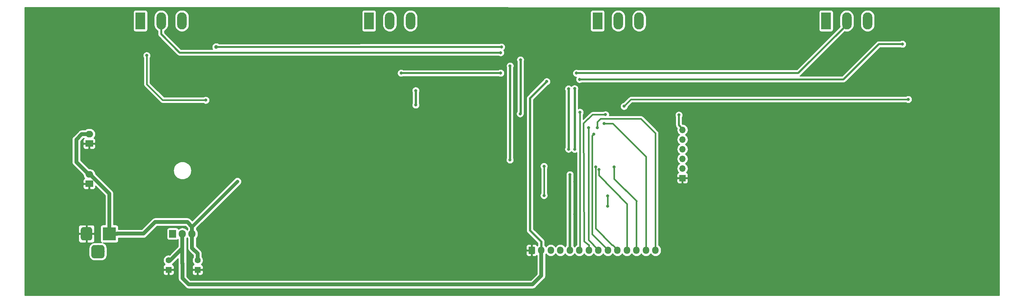
<source format=gbl>
G04 #@! TF.GenerationSoftware,KiCad,Pcbnew,(5.0.0)*
G04 #@! TF.CreationDate,2019-07-01T15:33:15-03:00*
G04 #@! TF.ProjectId,dc_load,64635F6C6F61642E6B696361645F7063,rev?*
G04 #@! TF.SameCoordinates,Original*
G04 #@! TF.FileFunction,Copper,L2,Bot,Signal*
G04 #@! TF.FilePolarity,Positive*
%FSLAX46Y46*%
G04 Gerber Fmt 4.6, Leading zero omitted, Abs format (unit mm)*
G04 Created by KiCad (PCBNEW (5.0.0)) date 07/01/19 15:33:15*
%MOMM*%
%LPD*%
G01*
G04 APERTURE LIST*
G04 #@! TA.AperFunction,Conductor*
%ADD10C,0.100000*%
G04 #@! TD*
G04 #@! TA.AperFunction,ComponentPad*
%ADD11C,3.500000*%
G04 #@! TD*
G04 #@! TA.AperFunction,ComponentPad*
%ADD12C,3.000000*%
G04 #@! TD*
G04 #@! TA.AperFunction,ComponentPad*
%ADD13R,3.500000X3.500000*%
G04 #@! TD*
G04 #@! TA.AperFunction,ComponentPad*
%ADD14R,2.500000X4.500000*%
G04 #@! TD*
G04 #@! TA.AperFunction,ComponentPad*
%ADD15O,2.500000X4.500000*%
G04 #@! TD*
G04 #@! TA.AperFunction,ComponentPad*
%ADD16C,1.600000*%
G04 #@! TD*
G04 #@! TA.AperFunction,ComponentPad*
%ADD17R,1.600000X1.600000*%
G04 #@! TD*
G04 #@! TA.AperFunction,ComponentPad*
%ADD18R,1.905000X2.000000*%
G04 #@! TD*
G04 #@! TA.AperFunction,ComponentPad*
%ADD19O,1.905000X2.000000*%
G04 #@! TD*
G04 #@! TA.AperFunction,ComponentPad*
%ADD20C,1.700000*%
G04 #@! TD*
G04 #@! TA.AperFunction,ComponentPad*
%ADD21O,1.700000X1.950000*%
G04 #@! TD*
G04 #@! TA.AperFunction,ComponentPad*
%ADD22R,2.000000X1.700000*%
G04 #@! TD*
G04 #@! TA.AperFunction,ComponentPad*
%ADD23O,2.000000X1.700000*%
G04 #@! TD*
G04 #@! TA.AperFunction,ComponentPad*
%ADD24R,1.700000X1.700000*%
G04 #@! TD*
G04 #@! TA.AperFunction,ComponentPad*
%ADD25O,1.700000X1.700000*%
G04 #@! TD*
G04 #@! TA.AperFunction,ViaPad*
%ADD26C,0.800000*%
G04 #@! TD*
G04 #@! TA.AperFunction,ViaPad*
%ADD27C,1.000000*%
G04 #@! TD*
G04 #@! TA.AperFunction,Conductor*
%ADD28C,0.500000*%
G04 #@! TD*
G04 #@! TA.AperFunction,Conductor*
%ADD29C,0.400000*%
G04 #@! TD*
G04 #@! TA.AperFunction,Conductor*
%ADD30C,0.600000*%
G04 #@! TD*
G04 #@! TA.AperFunction,Conductor*
%ADD31C,0.250000*%
G04 #@! TD*
G04 #@! TA.AperFunction,Conductor*
%ADD32C,1.000000*%
G04 #@! TD*
G04 #@! TA.AperFunction,Conductor*
%ADD33C,0.900000*%
G04 #@! TD*
G04 #@! TA.AperFunction,Conductor*
%ADD34C,0.300000*%
G04 #@! TD*
G04 #@! TA.AperFunction,Conductor*
%ADD35C,0.700000*%
G04 #@! TD*
G04 #@! TA.AperFunction,Conductor*
%ADD36C,0.254000*%
G04 #@! TD*
G04 APERTURE END LIST*
D10*
G04 #@! TO.N,N/C*
G04 #@! TO.C,J1*
G36*
X40250765Y-106624213D02*
X40335704Y-106636813D01*
X40418999Y-106657677D01*
X40499848Y-106686605D01*
X40577472Y-106723319D01*
X40651124Y-106767464D01*
X40720094Y-106818616D01*
X40783718Y-106876282D01*
X40841384Y-106939906D01*
X40892536Y-107008876D01*
X40936681Y-107082528D01*
X40973395Y-107160152D01*
X41002323Y-107241001D01*
X41023187Y-107324296D01*
X41035787Y-107409235D01*
X41040000Y-107495000D01*
X41040000Y-109245000D01*
X41035787Y-109330765D01*
X41023187Y-109415704D01*
X41002323Y-109498999D01*
X40973395Y-109579848D01*
X40936681Y-109657472D01*
X40892536Y-109731124D01*
X40841384Y-109800094D01*
X40783718Y-109863718D01*
X40720094Y-109921384D01*
X40651124Y-109972536D01*
X40577472Y-110016681D01*
X40499848Y-110053395D01*
X40418999Y-110082323D01*
X40335704Y-110103187D01*
X40250765Y-110115787D01*
X40165000Y-110120000D01*
X38415000Y-110120000D01*
X38329235Y-110115787D01*
X38244296Y-110103187D01*
X38161001Y-110082323D01*
X38080152Y-110053395D01*
X38002528Y-110016681D01*
X37928876Y-109972536D01*
X37859906Y-109921384D01*
X37796282Y-109863718D01*
X37738616Y-109800094D01*
X37687464Y-109731124D01*
X37643319Y-109657472D01*
X37606605Y-109579848D01*
X37577677Y-109498999D01*
X37556813Y-109415704D01*
X37544213Y-109330765D01*
X37540000Y-109245000D01*
X37540000Y-107495000D01*
X37544213Y-107409235D01*
X37556813Y-107324296D01*
X37577677Y-107241001D01*
X37606605Y-107160152D01*
X37643319Y-107082528D01*
X37687464Y-107008876D01*
X37738616Y-106939906D01*
X37796282Y-106876282D01*
X37859906Y-106818616D01*
X37928876Y-106767464D01*
X38002528Y-106723319D01*
X38080152Y-106686605D01*
X38161001Y-106657677D01*
X38244296Y-106636813D01*
X38329235Y-106624213D01*
X38415000Y-106620000D01*
X40165000Y-106620000D01*
X40250765Y-106624213D01*
X40250765Y-106624213D01*
G37*
D11*
G04 #@! TD*
G04 #@! TO.P,J1,3*
G04 #@! TO.N,N/C*
X39290000Y-108370000D03*
D10*
G04 #@! TO.N,GND*
G04 #@! TO.C,J1*
G36*
X37113513Y-101923611D02*
X37186318Y-101934411D01*
X37257714Y-101952295D01*
X37327013Y-101977090D01*
X37393548Y-102008559D01*
X37456678Y-102046398D01*
X37515795Y-102090242D01*
X37570330Y-102139670D01*
X37619758Y-102194205D01*
X37663602Y-102253322D01*
X37701441Y-102316452D01*
X37732910Y-102382987D01*
X37757705Y-102452286D01*
X37775589Y-102523682D01*
X37786389Y-102596487D01*
X37790000Y-102670000D01*
X37790000Y-104670000D01*
X37786389Y-104743513D01*
X37775589Y-104816318D01*
X37757705Y-104887714D01*
X37732910Y-104957013D01*
X37701441Y-105023548D01*
X37663602Y-105086678D01*
X37619758Y-105145795D01*
X37570330Y-105200330D01*
X37515795Y-105249758D01*
X37456678Y-105293602D01*
X37393548Y-105331441D01*
X37327013Y-105362910D01*
X37257714Y-105387705D01*
X37186318Y-105405589D01*
X37113513Y-105416389D01*
X37040000Y-105420000D01*
X35540000Y-105420000D01*
X35466487Y-105416389D01*
X35393682Y-105405589D01*
X35322286Y-105387705D01*
X35252987Y-105362910D01*
X35186452Y-105331441D01*
X35123322Y-105293602D01*
X35064205Y-105249758D01*
X35009670Y-105200330D01*
X34960242Y-105145795D01*
X34916398Y-105086678D01*
X34878559Y-105023548D01*
X34847090Y-104957013D01*
X34822295Y-104887714D01*
X34804411Y-104816318D01*
X34793611Y-104743513D01*
X34790000Y-104670000D01*
X34790000Y-102670000D01*
X34793611Y-102596487D01*
X34804411Y-102523682D01*
X34822295Y-102452286D01*
X34847090Y-102382987D01*
X34878559Y-102316452D01*
X34916398Y-102253322D01*
X34960242Y-102194205D01*
X35009670Y-102139670D01*
X35064205Y-102090242D01*
X35123322Y-102046398D01*
X35186452Y-102008559D01*
X35252987Y-101977090D01*
X35322286Y-101952295D01*
X35393682Y-101934411D01*
X35466487Y-101923611D01*
X35540000Y-101920000D01*
X37040000Y-101920000D01*
X37113513Y-101923611D01*
X37113513Y-101923611D01*
G37*
D12*
G04 #@! TD*
G04 #@! TO.P,J1,2*
G04 #@! TO.N,GND*
X36290000Y-103670000D03*
D13*
G04 #@! TO.P,J1,1*
G04 #@! TO.N,+12V*
X42290000Y-103670000D03*
G04 #@! TD*
D14*
G04 #@! TO.P,Q1,1*
G04 #@! TO.N,/BATT_BOARD*
X230443016Y-47636000D03*
D15*
G04 #@! TO.P,Q1,2*
G04 #@! TO.N,Net-(Q1-Pad2)*
X235893016Y-47636000D03*
G04 #@! TO.P,Q1,3*
G04 #@! TO.N,/I_1*
X241343016Y-47636000D03*
G04 #@! TD*
D14*
G04 #@! TO.P,Q2,1*
G04 #@! TO.N,/BATT_BOARD*
X110443100Y-47636000D03*
D15*
G04 #@! TO.P,Q2,2*
G04 #@! TO.N,Net-(Q2-Pad2)*
X115893100Y-47636000D03*
G04 #@! TO.P,Q2,3*
G04 #@! TO.N,/I_3*
X121343100Y-47636000D03*
G04 #@! TD*
G04 #@! TO.P,Q3,3*
G04 #@! TO.N,/I_4*
X61343142Y-47636000D03*
G04 #@! TO.P,Q3,2*
G04 #@! TO.N,Net-(Q3-Pad2)*
X55893142Y-47636000D03*
D14*
G04 #@! TO.P,Q3,1*
G04 #@! TO.N,/BATT_BOARD*
X50443142Y-47636000D03*
G04 #@! TD*
D15*
G04 #@! TO.P,Q4,3*
G04 #@! TO.N,/I_2*
X181343058Y-47640000D03*
G04 #@! TO.P,Q4,2*
G04 #@! TO.N,Net-(Q4-Pad2)*
X175893058Y-47640000D03*
D14*
G04 #@! TO.P,Q4,1*
G04 #@! TO.N,/BATT_BOARD*
X170443058Y-47640000D03*
G04 #@! TD*
D16*
G04 #@! TO.P,C3,2*
G04 #@! TO.N,+12V*
X65462000Y-110664000D03*
D17*
G04 #@! TO.P,C3,1*
G04 #@! TO.N,GND*
X65462000Y-113164000D03*
G04 #@! TD*
G04 #@! TO.P,C4,1*
G04 #@! TO.N,GND*
X57842000Y-113164000D03*
D16*
G04 #@! TO.P,C4,2*
G04 #@! TO.N,+5V*
X57842000Y-110664000D03*
G04 #@! TD*
D18*
G04 #@! TO.P,U1,1*
G04 #@! TO.N,Net-(R28-Pad2)*
X58928000Y-103683000D03*
D19*
G04 #@! TO.P,U1,2*
G04 #@! TO.N,+5V*
X61468000Y-103683000D03*
G04 #@! TO.P,U1,3*
G04 #@! TO.N,+12V*
X64008000Y-103683000D03*
G04 #@! TD*
D10*
G04 #@! TO.N,GND*
G04 #@! TO.C,J5*
G36*
X153794504Y-107046204D02*
X153818773Y-107049804D01*
X153842571Y-107055765D01*
X153865671Y-107064030D01*
X153887849Y-107074520D01*
X153908893Y-107087133D01*
X153928598Y-107101747D01*
X153946777Y-107118223D01*
X153963253Y-107136402D01*
X153977867Y-107156107D01*
X153990480Y-107177151D01*
X154000970Y-107199329D01*
X154009235Y-107222429D01*
X154015196Y-107246227D01*
X154018796Y-107270496D01*
X154020000Y-107295000D01*
X154020000Y-108745000D01*
X154018796Y-108769504D01*
X154015196Y-108793773D01*
X154009235Y-108817571D01*
X154000970Y-108840671D01*
X153990480Y-108862849D01*
X153977867Y-108883893D01*
X153963253Y-108903598D01*
X153946777Y-108921777D01*
X153928598Y-108938253D01*
X153908893Y-108952867D01*
X153887849Y-108965480D01*
X153865671Y-108975970D01*
X153842571Y-108984235D01*
X153818773Y-108990196D01*
X153794504Y-108993796D01*
X153770000Y-108995000D01*
X152570000Y-108995000D01*
X152545496Y-108993796D01*
X152521227Y-108990196D01*
X152497429Y-108984235D01*
X152474329Y-108975970D01*
X152452151Y-108965480D01*
X152431107Y-108952867D01*
X152411402Y-108938253D01*
X152393223Y-108921777D01*
X152376747Y-108903598D01*
X152362133Y-108883893D01*
X152349520Y-108862849D01*
X152339030Y-108840671D01*
X152330765Y-108817571D01*
X152324804Y-108793773D01*
X152321204Y-108769504D01*
X152320000Y-108745000D01*
X152320000Y-107295000D01*
X152321204Y-107270496D01*
X152324804Y-107246227D01*
X152330765Y-107222429D01*
X152339030Y-107199329D01*
X152349520Y-107177151D01*
X152362133Y-107156107D01*
X152376747Y-107136402D01*
X152393223Y-107118223D01*
X152411402Y-107101747D01*
X152431107Y-107087133D01*
X152452151Y-107074520D01*
X152474329Y-107064030D01*
X152497429Y-107055765D01*
X152521227Y-107049804D01*
X152545496Y-107046204D01*
X152570000Y-107045000D01*
X153770000Y-107045000D01*
X153794504Y-107046204D01*
X153794504Y-107046204D01*
G37*
D20*
G04 #@! TD*
G04 #@! TO.P,J5,1*
G04 #@! TO.N,GND*
X153170000Y-108020000D03*
D21*
G04 #@! TO.P,J5,2*
G04 #@! TO.N,+5V*
X155670000Y-108020000D03*
G04 #@! TO.P,J5,3*
G04 #@! TO.N,3V3*
X158170000Y-108020000D03*
G04 #@! TO.P,J5,4*
G04 #@! TO.N,/RS*
X160670000Y-108020000D03*
G04 #@! TO.P,J5,5*
G04 #@! TO.N,/E*
X163170000Y-108020000D03*
G04 #@! TO.P,J5,6*
G04 #@! TO.N,/D4*
X165670000Y-108020000D03*
G04 #@! TO.P,J5,7*
G04 #@! TO.N,/D5*
X168170000Y-108020000D03*
G04 #@! TO.P,J5,8*
G04 #@! TO.N,/D6*
X170670000Y-108020000D03*
G04 #@! TO.P,J5,9*
G04 #@! TO.N,/D7*
X173170000Y-108020000D03*
G04 #@! TO.P,J5,10*
G04 #@! TO.N,/ENC_A*
X175670000Y-108020000D03*
G04 #@! TO.P,J5,11*
G04 #@! TO.N,/ENC_B*
X178170000Y-108020000D03*
G04 #@! TO.P,J5,12*
G04 #@! TO.N,/SEL_SP*
X180670000Y-108020000D03*
G04 #@! TO.P,J5,13*
G04 #@! TO.N,/IZQ_RUN*
X183170000Y-108020000D03*
G04 #@! TO.P,J5,14*
G04 #@! TO.N,/DER_STOP*
X185670000Y-108020000D03*
G04 #@! TD*
D22*
G04 #@! TO.P,J6,1*
G04 #@! TO.N,GND*
X37020000Y-90530000D03*
D23*
G04 #@! TO.P,J6,2*
G04 #@! TO.N,+12V*
X37020000Y-88030000D03*
G04 #@! TD*
G04 #@! TO.P,J7,2*
G04 #@! TO.N,+12V*
X37020000Y-77430000D03*
D22*
G04 #@! TO.P,J7,1*
G04 #@! TO.N,GND*
X37020000Y-79930000D03*
G04 #@! TD*
D24*
G04 #@! TO.P,J2,1*
G04 #@! TO.N,GND*
X192740000Y-89010000D03*
D25*
G04 #@! TO.P,J2,2*
G04 #@! TO.N,3V3*
X192740000Y-86470000D03*
G04 #@! TO.P,J2,3*
G04 #@! TO.N,/TEST*
X192740000Y-83930000D03*
G04 #@! TO.P,J2,4*
G04 #@! TO.N,/RST*
X192740000Y-81390000D03*
G04 #@! TO.P,J2,5*
G04 #@! TO.N,/P1.2*
X192740000Y-78850000D03*
G04 #@! TO.P,J2,6*
G04 #@! TO.N,/P1.1*
X192740000Y-76310000D03*
G04 #@! TD*
D26*
G04 #@! TO.N,Net-(Q1-Pad2)*
X164890000Y-61400000D03*
G04 #@! TO.N,Net-(Q2-Pad2)*
X145000000Y-61380000D03*
X118880000Y-61380000D03*
D27*
G04 #@! TO.N,/I_4*
X70330000Y-54500000D03*
D26*
X145220000Y-54490000D03*
G04 #@! TO.N,Net-(Q3-Pad2)*
X145000000Y-55990000D03*
G04 #@! TO.N,3V3*
X156396000Y-85896000D03*
X156396000Y-93596000D03*
X122710000Y-65980000D03*
X122710000Y-69760000D03*
G04 #@! TO.N,GND*
X164500000Y-90000000D03*
X164500000Y-98500000D03*
X157700000Y-91300000D03*
X155500000Y-96400000D03*
X188000000Y-92900000D03*
X188000000Y-97300000D03*
X126700000Y-64900000D03*
X126700000Y-70500000D03*
X74200000Y-64400000D03*
X69600000Y-64400000D03*
X134100000Y-64900000D03*
X161700000Y-75900000D03*
X156400000Y-81400000D03*
X156400000Y-73300000D03*
X136300000Y-96200000D03*
X136400000Y-102600000D03*
G04 #@! TO.N,/i_sense_adapter/AD_1*
X177411000Y-70111000D03*
X252000000Y-68300000D03*
G04 #@! TO.N,/P1.1*
X191800000Y-72400000D03*
G04 #@! TO.N,Net-(R4-Pad1)*
X147480000Y-59490000D03*
X147455000Y-84205000D03*
G04 #@! TO.N,Net-(R5-Pad1)*
X162818999Y-81400000D03*
X162818999Y-65530000D03*
G04 #@! TO.N,Net-(R12-Pad1)*
X150210000Y-57870000D03*
X150116000Y-72080000D03*
G04 #@! TO.N,Net-(R13-Pad1)*
X164440000Y-81420000D03*
X164440000Y-65450000D03*
G04 #@! TO.N,+5V*
X157100000Y-63600000D03*
G04 #@! TO.N,/ENC_B*
X170850000Y-86790000D03*
G04 #@! TO.N,/ENC_A*
X169930000Y-86070000D03*
G04 #@! TO.N,/IZQ_RUN*
X172190000Y-74630000D03*
G04 #@! TO.N,V_BATT_SENSE*
X52100000Y-56747148D03*
X67600000Y-68500000D03*
G04 #@! TO.N,/D5*
X172550000Y-72310000D03*
G04 #@! TO.N,/D4*
X165800000Y-71670000D03*
G04 #@! TO.N,/D6*
X168110000Y-75740000D03*
G04 #@! TO.N,/D7*
X169430000Y-77490000D03*
G04 #@! TO.N,/E*
X163200000Y-88100000D03*
G04 #@! TO.N,/RS*
X173090000Y-93710000D03*
X173110000Y-96450000D03*
G04 #@! TO.N,/I_1*
X165720000Y-63030000D03*
X250470000Y-53750000D03*
G04 #@! TO.N,/SEL_SP*
X174811000Y-86061000D03*
G04 #@! TO.N,/DER_STOP*
X170380000Y-75780000D03*
G04 #@! TD*
D28*
G04 #@! TO.N,Net-(Q1-Pad2)*
X235893016Y-48636000D02*
X235893016Y-47636000D01*
X223179016Y-61350000D02*
X235893016Y-48636000D01*
X164890000Y-61400000D02*
X164940000Y-61350000D01*
X164940000Y-61350000D02*
X223179016Y-61350000D01*
G04 #@! TO.N,Net-(Q2-Pad2)*
X145000000Y-61380000D02*
X118880000Y-61380000D01*
G04 #@! TO.N,/I_4*
X70340000Y-54510000D02*
X70330000Y-54500000D01*
X145220000Y-54490000D02*
X145220000Y-54490000D01*
X145220000Y-54490000D02*
X70340000Y-54510000D01*
G04 #@! TO.N,Net-(Q3-Pad2)*
X55893142Y-51133142D02*
X55893142Y-47636000D01*
X145000000Y-55990000D02*
X60750000Y-55990000D01*
X60750000Y-55990000D02*
X55893142Y-51133142D01*
G04 #@! TO.N,/I_2*
X181343058Y-48636000D02*
X181343058Y-47636000D01*
D29*
G04 #@! TO.N,3V3*
X156396000Y-85896000D02*
X156396000Y-93596000D01*
X156396000Y-93596000D02*
X156396000Y-93596000D01*
D30*
X122710000Y-65980000D02*
X122710000Y-69760000D01*
D31*
X122710000Y-69760000D02*
X122710000Y-69760000D01*
D32*
G04 #@! TO.N,+12V*
X65462000Y-110664000D02*
X65462000Y-108846000D01*
X65462000Y-108846000D02*
X64008000Y-107392000D01*
X64008000Y-107392000D02*
X64008000Y-103683000D01*
X64008000Y-101804000D02*
X64008000Y-103683000D01*
D33*
X75912000Y-89900000D02*
X64008000Y-101804000D01*
D32*
X36870000Y-88030000D02*
X33630000Y-84790000D01*
X33630000Y-78850000D02*
X35050000Y-77430000D01*
X35050000Y-77430000D02*
X37020000Y-77430000D01*
X33630000Y-84790000D02*
X33630000Y-78850000D01*
X37020000Y-88030000D02*
X36870000Y-88030000D01*
X37170000Y-88030000D02*
X37020000Y-88030000D01*
X42290000Y-103670000D02*
X42290000Y-93150000D01*
X42290000Y-93150000D02*
X37170000Y-88030000D01*
X54330000Y-100550000D02*
X62754000Y-100550000D01*
X51230000Y-103650000D02*
X54330000Y-100550000D01*
X44310000Y-103650000D02*
X51230000Y-103650000D01*
X42290000Y-103670000D02*
X44290000Y-103670000D01*
X62754000Y-100550000D02*
X64008000Y-101804000D01*
X44290000Y-103670000D02*
X44310000Y-103650000D01*
D30*
G04 #@! TO.N,GND*
X164500000Y-90000000D02*
X164500000Y-98500000D01*
D31*
X164500000Y-98500000D02*
X164500000Y-98500000D01*
D30*
X157700000Y-94200000D02*
X155500000Y-96400000D01*
X157700000Y-91300000D02*
X157700000Y-94200000D01*
X188000000Y-92900000D02*
X188000000Y-93465685D01*
X188000000Y-93465685D02*
X188000000Y-97300000D01*
D31*
X188000000Y-97300000D02*
X188000000Y-97300000D01*
D30*
X126700000Y-64900000D02*
X126700000Y-65465685D01*
X126700000Y-65465685D02*
X126700000Y-70500000D01*
X126700000Y-70500000D02*
X126700000Y-70600000D01*
X74200000Y-64400000D02*
X69600000Y-64400000D01*
D31*
X69600000Y-64400000D02*
X69600000Y-64400000D01*
D30*
X134100000Y-64900000D02*
X126700000Y-64900000D01*
D34*
X156400000Y-81200000D02*
X156400000Y-81400000D01*
X156400000Y-73300000D02*
X156400000Y-73865685D01*
D30*
X156400000Y-73300000D02*
X156400000Y-81400000D01*
X157400000Y-81400000D02*
X156400000Y-81400000D01*
X157700000Y-81100000D02*
X157400000Y-81400000D01*
X157700000Y-78900000D02*
X157700000Y-81100000D01*
X161700000Y-75900000D02*
X160700000Y-75900000D01*
X160700000Y-75900000D02*
X157700000Y-78900000D01*
D34*
X136400000Y-96300000D02*
X136300000Y-96200000D01*
D30*
X136400000Y-102600000D02*
X136400000Y-96300000D01*
D29*
G04 #@! TO.N,/i_sense_adapter/AD_1*
X177411000Y-70111000D02*
X179222000Y-68300000D01*
X179222000Y-68300000D02*
X252000000Y-68300000D01*
X252000000Y-68300000D02*
X252000000Y-68300000D01*
D28*
G04 #@! TO.N,/P1.1*
X191799000Y-75100000D02*
X193111000Y-76412000D01*
X191799000Y-72966685D02*
X191799000Y-75100000D01*
X191800000Y-72965685D02*
X191799000Y-72966685D01*
X191800000Y-72400000D02*
X191800000Y-72965685D01*
D31*
G04 #@! TO.N,Net-(R4-Pad1)*
X147480000Y-84180000D02*
X147455000Y-84205000D01*
D30*
X147480000Y-59490000D02*
X147480000Y-84180000D01*
G04 #@! TO.N,Net-(R5-Pad1)*
X162818999Y-81400000D02*
X162818999Y-65530000D01*
D31*
G04 #@! TO.N,Net-(R12-Pad1)*
X150210000Y-71986000D02*
X150116000Y-72080000D01*
D30*
X150210000Y-57870000D02*
X150210000Y-71986000D01*
D31*
G04 #@! TO.N,Net-(R13-Pad1)*
X164560000Y-81300000D02*
X164440000Y-81420000D01*
D30*
X164440000Y-65450000D02*
X164440000Y-81300000D01*
D35*
G04 #@! TO.N,+5V*
X61468000Y-103730500D02*
X61468000Y-103683000D01*
D32*
X58310000Y-110664000D02*
X61468000Y-107506000D01*
D35*
X57842000Y-110664000D02*
X58310000Y-110664000D01*
D32*
X61468000Y-107506000D02*
X61468000Y-103730500D01*
D30*
X157100000Y-63600000D02*
X152700000Y-68000000D01*
X152700000Y-68000000D02*
X152700000Y-102800000D01*
X155670000Y-105770000D02*
X155670000Y-108020000D01*
X152700000Y-102800000D02*
X155670000Y-105770000D01*
D32*
X155670000Y-114730000D02*
X155670000Y-108020000D01*
D29*
X61468000Y-111490002D02*
X61500000Y-111522002D01*
D32*
X61468000Y-107506000D02*
X61468000Y-111490002D01*
X61500000Y-111522002D02*
X61500000Y-115400000D01*
X61500000Y-115400000D02*
X63100000Y-117000000D01*
X63100000Y-117000000D02*
X153400000Y-117000000D01*
X153400000Y-117000000D02*
X155670000Y-114730000D01*
D29*
G04 #@! TO.N,/ENC_B*
X178170000Y-95910000D02*
X178170000Y-108020000D01*
X178160000Y-95840000D02*
X178170000Y-95910000D01*
X170850000Y-86790000D02*
X170850000Y-88270000D01*
X170850000Y-88270000D02*
X178160000Y-95840000D01*
G04 #@! TO.N,/ENC_A*
X175670000Y-107895000D02*
X175670000Y-108020000D01*
X174420000Y-106645000D02*
X175670000Y-107895000D01*
X174295000Y-106645000D02*
X174420000Y-106645000D01*
X169930000Y-102280000D02*
X174295000Y-106645000D01*
X169930000Y-86070000D02*
X169930000Y-102280000D01*
G04 #@! TO.N,/IZQ_RUN*
X183170000Y-83370000D02*
X183170000Y-108020000D01*
X177100000Y-77300000D02*
X183170000Y-83370000D01*
X177100000Y-77300000D02*
X177100000Y-77280000D01*
X174450000Y-74630000D02*
X172190000Y-74630000D01*
X177100000Y-77280000D02*
X174450000Y-74630000D01*
G04 #@! TO.N,V_BATT_SENSE*
X52100000Y-56747148D02*
X52100000Y-64300000D01*
X52100000Y-64300000D02*
X56300000Y-68500000D01*
X56300000Y-68500000D02*
X67600000Y-68500000D01*
X67600000Y-68500000D02*
X67600000Y-68500000D01*
G04 #@! TO.N,/D5*
X168170000Y-106645000D02*
X168170000Y-108020000D01*
X166890000Y-105610000D02*
X168170000Y-106645000D01*
X166780000Y-74550000D02*
X166890000Y-105610000D01*
X172550000Y-72310000D02*
X169130000Y-72310000D01*
X169130000Y-72310000D02*
X166780000Y-74550000D01*
G04 #@! TO.N,/D4*
X165800000Y-107890000D02*
X165670000Y-108020000D01*
X165800000Y-71670000D02*
X165800000Y-107890000D01*
G04 #@! TO.N,/D6*
X170670000Y-107895000D02*
X170670000Y-108020000D01*
X168110000Y-105335000D02*
X170670000Y-107895000D01*
X168110000Y-75740000D02*
X168110000Y-105335000D01*
G04 #@! TO.N,/D7*
X173170000Y-107895000D02*
X173170000Y-108020000D01*
X169030001Y-103755001D02*
X173170000Y-107895000D01*
X169030001Y-77889999D02*
X169030001Y-103755001D01*
X169430000Y-77490000D02*
X169030001Y-77889999D01*
G04 #@! TO.N,/E*
X163200000Y-107990000D02*
X163170000Y-108020000D01*
D35*
X163200000Y-88100000D02*
X163200000Y-107990000D01*
D29*
G04 #@! TO.N,/RS*
X173110000Y-93730000D02*
X173090000Y-93710000D01*
X173110000Y-96450000D02*
X173110000Y-93730000D01*
D28*
G04 #@! TO.N,/I_1*
X165720000Y-63030000D02*
X234990000Y-63030000D01*
X244270000Y-53750000D02*
X250470000Y-53750000D01*
X234990000Y-63030000D02*
X244270000Y-53750000D01*
D29*
G04 #@! TO.N,/SEL_SP*
X174811000Y-86061000D02*
X174811000Y-89211000D01*
X174811000Y-89211000D02*
X180680000Y-95080000D01*
X180670000Y-95090000D02*
X180670000Y-108020000D01*
X180680000Y-95080000D02*
X180670000Y-95090000D01*
G04 #@! TO.N,/DER_STOP*
X170380000Y-75780000D02*
X170380000Y-74230000D01*
X170380000Y-74230000D02*
X171220000Y-73390000D01*
X171220000Y-73390000D02*
X181850000Y-73390000D01*
X185670000Y-77210000D02*
X185670000Y-108020000D01*
X181850000Y-73390000D02*
X185670000Y-77210000D01*
G04 #@! TD*
D36*
G04 #@! TO.N,GND*
G36*
X275873000Y-44136989D02*
X275873000Y-119873000D01*
X20126983Y-119873000D01*
X20126139Y-113449750D01*
X56407000Y-113449750D01*
X56407000Y-114026542D01*
X56431403Y-114149223D01*
X56479270Y-114264785D01*
X56548763Y-114368789D01*
X56637211Y-114457237D01*
X56741215Y-114526730D01*
X56856777Y-114574597D01*
X56979458Y-114599000D01*
X57556250Y-114599000D01*
X57715000Y-114440250D01*
X57715000Y-113291000D01*
X57969000Y-113291000D01*
X57969000Y-114440250D01*
X58127750Y-114599000D01*
X58704542Y-114599000D01*
X58827223Y-114574597D01*
X58942785Y-114526730D01*
X59046789Y-114457237D01*
X59135237Y-114368789D01*
X59204730Y-114264785D01*
X59252597Y-114149223D01*
X59277000Y-114026542D01*
X59277000Y-113449750D01*
X59118250Y-113291000D01*
X57969000Y-113291000D01*
X57715000Y-113291000D01*
X56565750Y-113291000D01*
X56407000Y-113449750D01*
X20126139Y-113449750D01*
X20124890Y-103955750D01*
X34155000Y-103955750D01*
X34155000Y-105482542D01*
X34179403Y-105605223D01*
X34227270Y-105720785D01*
X34296763Y-105824789D01*
X34385211Y-105913237D01*
X34489215Y-105982730D01*
X34604777Y-106030597D01*
X34727458Y-106055000D01*
X36004250Y-106055000D01*
X36163000Y-105896250D01*
X36163000Y-103797000D01*
X36417000Y-103797000D01*
X36417000Y-105896250D01*
X36575750Y-106055000D01*
X37852542Y-106055000D01*
X37975223Y-106030597D01*
X38090785Y-105982730D01*
X38194789Y-105913237D01*
X38283237Y-105824789D01*
X38352730Y-105720785D01*
X38400597Y-105605223D01*
X38425000Y-105482542D01*
X38425000Y-103955750D01*
X38266250Y-103797000D01*
X36417000Y-103797000D01*
X36163000Y-103797000D01*
X34313750Y-103797000D01*
X34155000Y-103955750D01*
X20124890Y-103955750D01*
X20124614Y-101857458D01*
X34155000Y-101857458D01*
X34155000Y-103384250D01*
X34313750Y-103543000D01*
X36163000Y-103543000D01*
X36163000Y-101443750D01*
X36417000Y-101443750D01*
X36417000Y-103543000D01*
X38266250Y-103543000D01*
X38425000Y-103384250D01*
X38425000Y-101857458D01*
X38400597Y-101734777D01*
X38352730Y-101619215D01*
X38283237Y-101515211D01*
X38194789Y-101426763D01*
X38090785Y-101357270D01*
X37975223Y-101309403D01*
X37852542Y-101285000D01*
X36575750Y-101285000D01*
X36417000Y-101443750D01*
X36163000Y-101443750D01*
X36004250Y-101285000D01*
X34727458Y-101285000D01*
X34604777Y-101309403D01*
X34489215Y-101357270D01*
X34385211Y-101426763D01*
X34296763Y-101515211D01*
X34227270Y-101619215D01*
X34179403Y-101734777D01*
X34155000Y-101857458D01*
X20124614Y-101857458D01*
X20123162Y-90815750D01*
X35385000Y-90815750D01*
X35385000Y-91442542D01*
X35409403Y-91565223D01*
X35457270Y-91680785D01*
X35526763Y-91784789D01*
X35615211Y-91873237D01*
X35719215Y-91942730D01*
X35834777Y-91990597D01*
X35957458Y-92015000D01*
X36734250Y-92015000D01*
X36893000Y-91856250D01*
X36893000Y-90657000D01*
X35543750Y-90657000D01*
X35385000Y-90815750D01*
X20123162Y-90815750D01*
X20121587Y-78850000D01*
X32489509Y-78850000D01*
X32495001Y-78905761D01*
X32495000Y-84734248D01*
X32489509Y-84790000D01*
X32495000Y-84845751D01*
X32511423Y-85012498D01*
X32576324Y-85226446D01*
X32681716Y-85423623D01*
X32823551Y-85596449D01*
X32866865Y-85631996D01*
X35390155Y-88155286D01*
X35406487Y-88321111D01*
X35491401Y-88601034D01*
X35629294Y-88859014D01*
X35810282Y-89079549D01*
X35719215Y-89117270D01*
X35615211Y-89186763D01*
X35526763Y-89275211D01*
X35457270Y-89379215D01*
X35409403Y-89494777D01*
X35385000Y-89617458D01*
X35385000Y-90244250D01*
X35543750Y-90403000D01*
X36893000Y-90403000D01*
X36893000Y-90383000D01*
X37147000Y-90383000D01*
X37147000Y-90403000D01*
X37167000Y-90403000D01*
X37167000Y-90657000D01*
X37147000Y-90657000D01*
X37147000Y-91856250D01*
X37305750Y-92015000D01*
X38082542Y-92015000D01*
X38205223Y-91990597D01*
X38320785Y-91942730D01*
X38424789Y-91873237D01*
X38513237Y-91784789D01*
X38582730Y-91680785D01*
X38630597Y-91565223D01*
X38655000Y-91442542D01*
X38655000Y-91120131D01*
X41155001Y-93620133D01*
X41155000Y-101281928D01*
X40540000Y-101281928D01*
X40415518Y-101294188D01*
X40295820Y-101330498D01*
X40185506Y-101389463D01*
X40088815Y-101468815D01*
X40009463Y-101565506D01*
X39950498Y-101675820D01*
X39914188Y-101795518D01*
X39901928Y-101920000D01*
X39901928Y-105420000D01*
X39914188Y-105544482D01*
X39950498Y-105664180D01*
X40009463Y-105774494D01*
X40088815Y-105871185D01*
X40185506Y-105950537D01*
X40262131Y-105991494D01*
X40165000Y-105981928D01*
X38415000Y-105981928D01*
X38119814Y-106011001D01*
X37835972Y-106097104D01*
X37574382Y-106236927D01*
X37345097Y-106425097D01*
X37156927Y-106654382D01*
X37017104Y-106915972D01*
X36931001Y-107199814D01*
X36901928Y-107495000D01*
X36901928Y-109245000D01*
X36931001Y-109540186D01*
X37017104Y-109824028D01*
X37156927Y-110085618D01*
X37345097Y-110314903D01*
X37574382Y-110503073D01*
X37835972Y-110642896D01*
X38119814Y-110728999D01*
X38415000Y-110758072D01*
X40165000Y-110758072D01*
X40460186Y-110728999D01*
X40744028Y-110642896D01*
X41005618Y-110503073D01*
X41234903Y-110314903D01*
X41423073Y-110085618D01*
X41562896Y-109824028D01*
X41648999Y-109540186D01*
X41678072Y-109245000D01*
X41678072Y-107495000D01*
X41648999Y-107199814D01*
X41562896Y-106915972D01*
X41423073Y-106654382D01*
X41234903Y-106425097D01*
X41005618Y-106236927D01*
X40744028Y-106097104D01*
X40615357Y-106058072D01*
X44040000Y-106058072D01*
X44164482Y-106045812D01*
X44284180Y-106009502D01*
X44394494Y-105950537D01*
X44491185Y-105871185D01*
X44570537Y-105774494D01*
X44629502Y-105664180D01*
X44665812Y-105544482D01*
X44678072Y-105420000D01*
X44678072Y-104785000D01*
X51174249Y-104785000D01*
X51230000Y-104790491D01*
X51285751Y-104785000D01*
X51285752Y-104785000D01*
X51452499Y-104768577D01*
X51666447Y-104703676D01*
X51863623Y-104598284D01*
X52036449Y-104456449D01*
X52071996Y-104413135D01*
X54800132Y-101685000D01*
X62283869Y-101685000D01*
X62873000Y-102274132D01*
X62873000Y-102516111D01*
X62738000Y-102680609D01*
X62595963Y-102507537D01*
X62354234Y-102309155D01*
X62078448Y-102161745D01*
X61779203Y-102070970D01*
X61468000Y-102040319D01*
X61156796Y-102070970D01*
X60857551Y-102161745D01*
X60581765Y-102309155D01*
X60455905Y-102412446D01*
X60411037Y-102328506D01*
X60331685Y-102231815D01*
X60234994Y-102152463D01*
X60124680Y-102093498D01*
X60004982Y-102057188D01*
X59880500Y-102044928D01*
X57975500Y-102044928D01*
X57851018Y-102057188D01*
X57731320Y-102093498D01*
X57621006Y-102152463D01*
X57524315Y-102231815D01*
X57444963Y-102328506D01*
X57385998Y-102438820D01*
X57349688Y-102558518D01*
X57337428Y-102683000D01*
X57337428Y-104683000D01*
X57349688Y-104807482D01*
X57385998Y-104927180D01*
X57444963Y-105037494D01*
X57524315Y-105134185D01*
X57621006Y-105213537D01*
X57731320Y-105272502D01*
X57851018Y-105308812D01*
X57975500Y-105321072D01*
X59880500Y-105321072D01*
X60004982Y-105308812D01*
X60124680Y-105272502D01*
X60234994Y-105213537D01*
X60331685Y-105134185D01*
X60333001Y-105132582D01*
X60333000Y-107035868D01*
X58113898Y-109254971D01*
X57983335Y-109229000D01*
X57700665Y-109229000D01*
X57423426Y-109284147D01*
X57162273Y-109392320D01*
X56927241Y-109549363D01*
X56727363Y-109749241D01*
X56570320Y-109984273D01*
X56462147Y-110245426D01*
X56407000Y-110522665D01*
X56407000Y-110805335D01*
X56462147Y-111082574D01*
X56570320Y-111343727D01*
X56727363Y-111578759D01*
X56894503Y-111745899D01*
X56856777Y-111753403D01*
X56741215Y-111801270D01*
X56637211Y-111870763D01*
X56548763Y-111959211D01*
X56479270Y-112063215D01*
X56431403Y-112178777D01*
X56407000Y-112301458D01*
X56407000Y-112878250D01*
X56565750Y-113037000D01*
X57715000Y-113037000D01*
X57715000Y-113017000D01*
X57969000Y-113017000D01*
X57969000Y-113037000D01*
X59118250Y-113037000D01*
X59277000Y-112878250D01*
X59277000Y-112301458D01*
X59252597Y-112178777D01*
X59204730Y-112063215D01*
X59135237Y-111959211D01*
X59046789Y-111870763D01*
X58942785Y-111801270D01*
X58827223Y-111753403D01*
X58789497Y-111745899D01*
X58899563Y-111635833D01*
X58943622Y-111612283D01*
X59073143Y-111505988D01*
X60333001Y-110246131D01*
X60333001Y-111545754D01*
X60349424Y-111712501D01*
X60365000Y-111763848D01*
X60365001Y-115344239D01*
X60359509Y-115400000D01*
X60381423Y-115622498D01*
X60446324Y-115836446D01*
X60470365Y-115881423D01*
X60551717Y-116033623D01*
X60693552Y-116206449D01*
X60736860Y-116241991D01*
X62258013Y-117763146D01*
X62293551Y-117806449D01*
X62336854Y-117841987D01*
X62336856Y-117841989D01*
X62466377Y-117948284D01*
X62663553Y-118053676D01*
X62877501Y-118118577D01*
X63100000Y-118140491D01*
X63155752Y-118135000D01*
X153344249Y-118135000D01*
X153400000Y-118140491D01*
X153455751Y-118135000D01*
X153455752Y-118135000D01*
X153622499Y-118118577D01*
X153836447Y-118053676D01*
X154033623Y-117948284D01*
X154206449Y-117806449D01*
X154241996Y-117763135D01*
X156433141Y-115571991D01*
X156476449Y-115536449D01*
X156618284Y-115363623D01*
X156723676Y-115166447D01*
X156788577Y-114952499D01*
X156805000Y-114785752D01*
X156805000Y-114785751D01*
X156810491Y-114730000D01*
X156805000Y-114674248D01*
X156805000Y-109102817D01*
X156910706Y-108974014D01*
X156920000Y-108956626D01*
X156929294Y-108974014D01*
X157114866Y-109200134D01*
X157340987Y-109385706D01*
X157598967Y-109523599D01*
X157878890Y-109608513D01*
X158170000Y-109637185D01*
X158461111Y-109608513D01*
X158741034Y-109523599D01*
X158999014Y-109385706D01*
X159225134Y-109200134D01*
X159410706Y-108974014D01*
X159420000Y-108956626D01*
X159429294Y-108974014D01*
X159614866Y-109200134D01*
X159840987Y-109385706D01*
X160098967Y-109523599D01*
X160378890Y-109608513D01*
X160670000Y-109637185D01*
X160961111Y-109608513D01*
X161241034Y-109523599D01*
X161499014Y-109385706D01*
X161725134Y-109200134D01*
X161910706Y-108974014D01*
X161920000Y-108956626D01*
X161929294Y-108974014D01*
X162114866Y-109200134D01*
X162340987Y-109385706D01*
X162598967Y-109523599D01*
X162878890Y-109608513D01*
X163170000Y-109637185D01*
X163461111Y-109608513D01*
X163741034Y-109523599D01*
X163999014Y-109385706D01*
X164225134Y-109200134D01*
X164410706Y-108974014D01*
X164420000Y-108956626D01*
X164429294Y-108974014D01*
X164614866Y-109200134D01*
X164840987Y-109385706D01*
X165098967Y-109523599D01*
X165378890Y-109608513D01*
X165670000Y-109637185D01*
X165961111Y-109608513D01*
X166241034Y-109523599D01*
X166499014Y-109385706D01*
X166725134Y-109200134D01*
X166910706Y-108974014D01*
X166920000Y-108956626D01*
X166929294Y-108974014D01*
X167114866Y-109200134D01*
X167340987Y-109385706D01*
X167598967Y-109523599D01*
X167878890Y-109608513D01*
X168170000Y-109637185D01*
X168461111Y-109608513D01*
X168741034Y-109523599D01*
X168999014Y-109385706D01*
X169225134Y-109200134D01*
X169410706Y-108974014D01*
X169420000Y-108956626D01*
X169429294Y-108974014D01*
X169614866Y-109200134D01*
X169840987Y-109385706D01*
X170098967Y-109523599D01*
X170378890Y-109608513D01*
X170670000Y-109637185D01*
X170961111Y-109608513D01*
X171241034Y-109523599D01*
X171499014Y-109385706D01*
X171725134Y-109200134D01*
X171910706Y-108974014D01*
X171920000Y-108956626D01*
X171929294Y-108974014D01*
X172114866Y-109200134D01*
X172340987Y-109385706D01*
X172598967Y-109523599D01*
X172878890Y-109608513D01*
X173170000Y-109637185D01*
X173461111Y-109608513D01*
X173741034Y-109523599D01*
X173999014Y-109385706D01*
X174225134Y-109200134D01*
X174410706Y-108974014D01*
X174420000Y-108956626D01*
X174429294Y-108974014D01*
X174614866Y-109200134D01*
X174840987Y-109385706D01*
X175098967Y-109523599D01*
X175378890Y-109608513D01*
X175670000Y-109637185D01*
X175961111Y-109608513D01*
X176241034Y-109523599D01*
X176499014Y-109385706D01*
X176725134Y-109200134D01*
X176910706Y-108974014D01*
X176920000Y-108956626D01*
X176929294Y-108974014D01*
X177114866Y-109200134D01*
X177340987Y-109385706D01*
X177598967Y-109523599D01*
X177878890Y-109608513D01*
X178170000Y-109637185D01*
X178461111Y-109608513D01*
X178741034Y-109523599D01*
X178999014Y-109385706D01*
X179225134Y-109200134D01*
X179410706Y-108974014D01*
X179420000Y-108956626D01*
X179429294Y-108974014D01*
X179614866Y-109200134D01*
X179840987Y-109385706D01*
X180098967Y-109523599D01*
X180378890Y-109608513D01*
X180670000Y-109637185D01*
X180961111Y-109608513D01*
X181241034Y-109523599D01*
X181499014Y-109385706D01*
X181725134Y-109200134D01*
X181910706Y-108974014D01*
X181920000Y-108956626D01*
X181929294Y-108974014D01*
X182114866Y-109200134D01*
X182340987Y-109385706D01*
X182598967Y-109523599D01*
X182878890Y-109608513D01*
X183170000Y-109637185D01*
X183461111Y-109608513D01*
X183741034Y-109523599D01*
X183999014Y-109385706D01*
X184225134Y-109200134D01*
X184410706Y-108974014D01*
X184420000Y-108956626D01*
X184429294Y-108974014D01*
X184614866Y-109200134D01*
X184840987Y-109385706D01*
X185098967Y-109523599D01*
X185378890Y-109608513D01*
X185670000Y-109637185D01*
X185961111Y-109608513D01*
X186241034Y-109523599D01*
X186499014Y-109385706D01*
X186725134Y-109200134D01*
X186910706Y-108974014D01*
X187048599Y-108716033D01*
X187133513Y-108436110D01*
X187155000Y-108217949D01*
X187155000Y-107822050D01*
X187133513Y-107603889D01*
X187048599Y-107323966D01*
X186910706Y-107065986D01*
X186725134Y-106839866D01*
X186505000Y-106659207D01*
X186505000Y-89295750D01*
X191255000Y-89295750D01*
X191255000Y-89922542D01*
X191279403Y-90045223D01*
X191327270Y-90160785D01*
X191396763Y-90264789D01*
X191485211Y-90353237D01*
X191589215Y-90422730D01*
X191704777Y-90470597D01*
X191827458Y-90495000D01*
X192454250Y-90495000D01*
X192613000Y-90336250D01*
X192613000Y-89137000D01*
X192867000Y-89137000D01*
X192867000Y-90336250D01*
X193025750Y-90495000D01*
X193652542Y-90495000D01*
X193775223Y-90470597D01*
X193890785Y-90422730D01*
X193994789Y-90353237D01*
X194083237Y-90264789D01*
X194152730Y-90160785D01*
X194200597Y-90045223D01*
X194225000Y-89922542D01*
X194225000Y-89295750D01*
X194066250Y-89137000D01*
X192867000Y-89137000D01*
X192613000Y-89137000D01*
X191413750Y-89137000D01*
X191255000Y-89295750D01*
X186505000Y-89295750D01*
X186505000Y-77251018D01*
X186509040Y-77210000D01*
X186492918Y-77046311D01*
X186445172Y-76888913D01*
X186367636Y-76743854D01*
X186289439Y-76648570D01*
X186289437Y-76648568D01*
X186263291Y-76616709D01*
X186231433Y-76590564D01*
X182469446Y-72828579D01*
X182443291Y-72796709D01*
X182316146Y-72692364D01*
X182171087Y-72614828D01*
X182013689Y-72567082D01*
X181891019Y-72555000D01*
X181891018Y-72555000D01*
X181850000Y-72550960D01*
X181808982Y-72555000D01*
X173556544Y-72555000D01*
X173585000Y-72411939D01*
X173585000Y-72298061D01*
X190765000Y-72298061D01*
X190765000Y-72501939D01*
X190804774Y-72701898D01*
X190882795Y-72890256D01*
X190912821Y-72935192D01*
X190909719Y-72966685D01*
X190914000Y-73010154D01*
X190914001Y-75056521D01*
X190909719Y-75100000D01*
X190926805Y-75273490D01*
X190977412Y-75440313D01*
X191059590Y-75594059D01*
X191142468Y-75695046D01*
X191142471Y-75695049D01*
X191170184Y-75728817D01*
X191203951Y-75756529D01*
X191320668Y-75873246D01*
X191276487Y-76018889D01*
X191247815Y-76310000D01*
X191276487Y-76601111D01*
X191361401Y-76881034D01*
X191499294Y-77139014D01*
X191684866Y-77365134D01*
X191910986Y-77550706D01*
X191965791Y-77580000D01*
X191910986Y-77609294D01*
X191684866Y-77794866D01*
X191499294Y-78020986D01*
X191361401Y-78278966D01*
X191276487Y-78558889D01*
X191247815Y-78850000D01*
X191276487Y-79141111D01*
X191361401Y-79421034D01*
X191499294Y-79679014D01*
X191684866Y-79905134D01*
X191910986Y-80090706D01*
X191965791Y-80120000D01*
X191910986Y-80149294D01*
X191684866Y-80334866D01*
X191499294Y-80560986D01*
X191361401Y-80818966D01*
X191276487Y-81098889D01*
X191247815Y-81390000D01*
X191276487Y-81681111D01*
X191361401Y-81961034D01*
X191499294Y-82219014D01*
X191684866Y-82445134D01*
X191910986Y-82630706D01*
X191965791Y-82660000D01*
X191910986Y-82689294D01*
X191684866Y-82874866D01*
X191499294Y-83100986D01*
X191361401Y-83358966D01*
X191276487Y-83638889D01*
X191247815Y-83930000D01*
X191276487Y-84221111D01*
X191361401Y-84501034D01*
X191499294Y-84759014D01*
X191684866Y-84985134D01*
X191910986Y-85170706D01*
X191965791Y-85200000D01*
X191910986Y-85229294D01*
X191684866Y-85414866D01*
X191499294Y-85640986D01*
X191361401Y-85898966D01*
X191276487Y-86178889D01*
X191247815Y-86470000D01*
X191276487Y-86761111D01*
X191361401Y-87041034D01*
X191499294Y-87299014D01*
X191684866Y-87525134D01*
X191712553Y-87547856D01*
X191704777Y-87549403D01*
X191589215Y-87597270D01*
X191485211Y-87666763D01*
X191396763Y-87755211D01*
X191327270Y-87859215D01*
X191279403Y-87974777D01*
X191255000Y-88097458D01*
X191255000Y-88724250D01*
X191413750Y-88883000D01*
X192613000Y-88883000D01*
X192613000Y-88863000D01*
X192867000Y-88863000D01*
X192867000Y-88883000D01*
X194066250Y-88883000D01*
X194225000Y-88724250D01*
X194225000Y-88097458D01*
X194200597Y-87974777D01*
X194152730Y-87859215D01*
X194083237Y-87755211D01*
X193994789Y-87666763D01*
X193890785Y-87597270D01*
X193775223Y-87549403D01*
X193767447Y-87547856D01*
X193795134Y-87525134D01*
X193980706Y-87299014D01*
X194118599Y-87041034D01*
X194203513Y-86761111D01*
X194232185Y-86470000D01*
X194203513Y-86178889D01*
X194118599Y-85898966D01*
X193980706Y-85640986D01*
X193795134Y-85414866D01*
X193569014Y-85229294D01*
X193514209Y-85200000D01*
X193569014Y-85170706D01*
X193795134Y-84985134D01*
X193980706Y-84759014D01*
X194118599Y-84501034D01*
X194203513Y-84221111D01*
X194232185Y-83930000D01*
X194203513Y-83638889D01*
X194118599Y-83358966D01*
X193980706Y-83100986D01*
X193795134Y-82874866D01*
X193569014Y-82689294D01*
X193514209Y-82660000D01*
X193569014Y-82630706D01*
X193795134Y-82445134D01*
X193980706Y-82219014D01*
X194118599Y-81961034D01*
X194203513Y-81681111D01*
X194232185Y-81390000D01*
X194203513Y-81098889D01*
X194118599Y-80818966D01*
X193980706Y-80560986D01*
X193795134Y-80334866D01*
X193569014Y-80149294D01*
X193514209Y-80120000D01*
X193569014Y-80090706D01*
X193795134Y-79905134D01*
X193980706Y-79679014D01*
X194118599Y-79421034D01*
X194203513Y-79141111D01*
X194232185Y-78850000D01*
X194203513Y-78558889D01*
X194118599Y-78278966D01*
X193980706Y-78020986D01*
X193795134Y-77794866D01*
X193569014Y-77609294D01*
X193514209Y-77580000D01*
X193569014Y-77550706D01*
X193795134Y-77365134D01*
X193980706Y-77139014D01*
X194118599Y-76881034D01*
X194203513Y-76601111D01*
X194232185Y-76310000D01*
X194203513Y-76018889D01*
X194118599Y-75738966D01*
X193980706Y-75480986D01*
X193795134Y-75254866D01*
X193569014Y-75069294D01*
X193311034Y-74931401D01*
X193031111Y-74846487D01*
X192812950Y-74825000D01*
X192775578Y-74825000D01*
X192684000Y-74733422D01*
X192684000Y-73019315D01*
X192685000Y-73009162D01*
X192685000Y-73009152D01*
X192689281Y-72965686D01*
X192686394Y-72936369D01*
X192717205Y-72890256D01*
X192795226Y-72701898D01*
X192835000Y-72501939D01*
X192835000Y-72298061D01*
X192795226Y-72098102D01*
X192717205Y-71909744D01*
X192603937Y-71740226D01*
X192459774Y-71596063D01*
X192290256Y-71482795D01*
X192101898Y-71404774D01*
X191901939Y-71365000D01*
X191698061Y-71365000D01*
X191498102Y-71404774D01*
X191309744Y-71482795D01*
X191140226Y-71596063D01*
X190996063Y-71740226D01*
X190882795Y-71909744D01*
X190804774Y-72098102D01*
X190765000Y-72298061D01*
X173585000Y-72298061D01*
X173585000Y-72208061D01*
X173545226Y-72008102D01*
X173467205Y-71819744D01*
X173353937Y-71650226D01*
X173209774Y-71506063D01*
X173040256Y-71392795D01*
X172851898Y-71314774D01*
X172651939Y-71275000D01*
X172448061Y-71275000D01*
X172248102Y-71314774D01*
X172059744Y-71392795D01*
X171936715Y-71475000D01*
X169181051Y-71475000D01*
X169150101Y-71471201D01*
X169099007Y-71475000D01*
X169088981Y-71475000D01*
X169058097Y-71478042D01*
X168986074Y-71483397D01*
X168976355Y-71486093D01*
X168966311Y-71487082D01*
X168897172Y-71508055D01*
X168827577Y-71527358D01*
X168818569Y-71531899D01*
X168808913Y-71534828D01*
X168745205Y-71568881D01*
X168680702Y-71601396D01*
X168672751Y-71607608D01*
X168663854Y-71612364D01*
X168608020Y-71658186D01*
X168583572Y-71677288D01*
X168576315Y-71684205D01*
X168536709Y-71716709D01*
X168516927Y-71740814D01*
X166635000Y-73534652D01*
X166635000Y-72283285D01*
X166717205Y-72160256D01*
X166795226Y-71971898D01*
X166835000Y-71771939D01*
X166835000Y-71568061D01*
X166795226Y-71368102D01*
X166717205Y-71179744D01*
X166603937Y-71010226D01*
X166459774Y-70866063D01*
X166290256Y-70752795D01*
X166101898Y-70674774D01*
X165901939Y-70635000D01*
X165698061Y-70635000D01*
X165498102Y-70674774D01*
X165375000Y-70725765D01*
X165375000Y-70009061D01*
X176376000Y-70009061D01*
X176376000Y-70212939D01*
X176415774Y-70412898D01*
X176493795Y-70601256D01*
X176607063Y-70770774D01*
X176751226Y-70914937D01*
X176920744Y-71028205D01*
X177109102Y-71106226D01*
X177309061Y-71146000D01*
X177512939Y-71146000D01*
X177712898Y-71106226D01*
X177901256Y-71028205D01*
X178070774Y-70914937D01*
X178214937Y-70770774D01*
X178328205Y-70601256D01*
X178406226Y-70412898D01*
X178435093Y-70267775D01*
X179567869Y-69135000D01*
X251386715Y-69135000D01*
X251509744Y-69217205D01*
X251698102Y-69295226D01*
X251898061Y-69335000D01*
X252101939Y-69335000D01*
X252301898Y-69295226D01*
X252490256Y-69217205D01*
X252659774Y-69103937D01*
X252803937Y-68959774D01*
X252917205Y-68790256D01*
X252995226Y-68601898D01*
X253035000Y-68401939D01*
X253035000Y-68198061D01*
X252995226Y-67998102D01*
X252917205Y-67809744D01*
X252803937Y-67640226D01*
X252659774Y-67496063D01*
X252490256Y-67382795D01*
X252301898Y-67304774D01*
X252101939Y-67265000D01*
X251898061Y-67265000D01*
X251698102Y-67304774D01*
X251509744Y-67382795D01*
X251386715Y-67465000D01*
X179263018Y-67465000D01*
X179222000Y-67460960D01*
X179180982Y-67465000D01*
X179180981Y-67465000D01*
X179058311Y-67477082D01*
X178900913Y-67524828D01*
X178755854Y-67602364D01*
X178664810Y-67677082D01*
X178628709Y-67706709D01*
X178602563Y-67738568D01*
X177254225Y-69086907D01*
X177109102Y-69115774D01*
X176920744Y-69193795D01*
X176751226Y-69307063D01*
X176607063Y-69451226D01*
X176493795Y-69620744D01*
X176415774Y-69809102D01*
X176376000Y-70009061D01*
X165375000Y-70009061D01*
X165375000Y-65897295D01*
X165435226Y-65751898D01*
X165475000Y-65551939D01*
X165475000Y-65348061D01*
X165435226Y-65148102D01*
X165357205Y-64959744D01*
X165243937Y-64790226D01*
X165099774Y-64646063D01*
X164930256Y-64532795D01*
X164741898Y-64454774D01*
X164541939Y-64415000D01*
X164338061Y-64415000D01*
X164138102Y-64454774D01*
X163949744Y-64532795D01*
X163780226Y-64646063D01*
X163636063Y-64790226D01*
X163598762Y-64846052D01*
X163478773Y-64726063D01*
X163309255Y-64612795D01*
X163120897Y-64534774D01*
X162920938Y-64495000D01*
X162717060Y-64495000D01*
X162517101Y-64534774D01*
X162328743Y-64612795D01*
X162159225Y-64726063D01*
X162015062Y-64870226D01*
X161901794Y-65039744D01*
X161823773Y-65228102D01*
X161783999Y-65428061D01*
X161783999Y-65631939D01*
X161823773Y-65831898D01*
X161884000Y-65977298D01*
X161883999Y-80952705D01*
X161823773Y-81098102D01*
X161783999Y-81298061D01*
X161783999Y-81501939D01*
X161823773Y-81701898D01*
X161901794Y-81890256D01*
X162015062Y-82059774D01*
X162159225Y-82203937D01*
X162328743Y-82317205D01*
X162517101Y-82395226D01*
X162717060Y-82435000D01*
X162920938Y-82435000D01*
X163120897Y-82395226D01*
X163309255Y-82317205D01*
X163478773Y-82203937D01*
X163622794Y-82059916D01*
X163636063Y-82079774D01*
X163780226Y-82223937D01*
X163949744Y-82337205D01*
X164138102Y-82415226D01*
X164338061Y-82455000D01*
X164541939Y-82455000D01*
X164741898Y-82415226D01*
X164930256Y-82337205D01*
X164965000Y-82313990D01*
X164965001Y-106588007D01*
X164840986Y-106654294D01*
X164614866Y-106839866D01*
X164429294Y-107065987D01*
X164420000Y-107083374D01*
X164410706Y-107065986D01*
X164225134Y-106839866D01*
X164185000Y-106806929D01*
X164185000Y-88426586D01*
X164195226Y-88401898D01*
X164235000Y-88201939D01*
X164235000Y-87998061D01*
X164195226Y-87798102D01*
X164117205Y-87609744D01*
X164003937Y-87440226D01*
X163859774Y-87296063D01*
X163690256Y-87182795D01*
X163501898Y-87104774D01*
X163301939Y-87065000D01*
X163098061Y-87065000D01*
X162898102Y-87104774D01*
X162709744Y-87182795D01*
X162540226Y-87296063D01*
X162396063Y-87440226D01*
X162282795Y-87609744D01*
X162204774Y-87798102D01*
X162165000Y-87998061D01*
X162165000Y-88201939D01*
X162204774Y-88401898D01*
X162215000Y-88426586D01*
X162215001Y-106757687D01*
X162114866Y-106839866D01*
X161929294Y-107065987D01*
X161920000Y-107083374D01*
X161910706Y-107065986D01*
X161725134Y-106839866D01*
X161499013Y-106654294D01*
X161241033Y-106516401D01*
X160961110Y-106431487D01*
X160670000Y-106402815D01*
X160378889Y-106431487D01*
X160098966Y-106516401D01*
X159840986Y-106654294D01*
X159614866Y-106839866D01*
X159429294Y-107065987D01*
X159420000Y-107083374D01*
X159410706Y-107065986D01*
X159225134Y-106839866D01*
X158999013Y-106654294D01*
X158741033Y-106516401D01*
X158461110Y-106431487D01*
X158170000Y-106402815D01*
X157878889Y-106431487D01*
X157598966Y-106516401D01*
X157340986Y-106654294D01*
X157114866Y-106839866D01*
X156929294Y-107065987D01*
X156920000Y-107083374D01*
X156910706Y-107065986D01*
X156725134Y-106839866D01*
X156605000Y-106741275D01*
X156605000Y-105815931D01*
X156609524Y-105769999D01*
X156591471Y-105586707D01*
X156564771Y-105498689D01*
X156538007Y-105410460D01*
X156451186Y-105248028D01*
X156334344Y-105105656D01*
X156298666Y-105076376D01*
X153635000Y-102412711D01*
X153635000Y-85794061D01*
X155361000Y-85794061D01*
X155361000Y-85997939D01*
X155400774Y-86197898D01*
X155478795Y-86386256D01*
X155561000Y-86509285D01*
X155561001Y-92982714D01*
X155478795Y-93105744D01*
X155400774Y-93294102D01*
X155361000Y-93494061D01*
X155361000Y-93697939D01*
X155400774Y-93897898D01*
X155478795Y-94086256D01*
X155592063Y-94255774D01*
X155736226Y-94399937D01*
X155905744Y-94513205D01*
X156094102Y-94591226D01*
X156294061Y-94631000D01*
X156497939Y-94631000D01*
X156697898Y-94591226D01*
X156886256Y-94513205D01*
X157055774Y-94399937D01*
X157199937Y-94255774D01*
X157313205Y-94086256D01*
X157391226Y-93897898D01*
X157431000Y-93697939D01*
X157431000Y-93494061D01*
X157391226Y-93294102D01*
X157313205Y-93105744D01*
X157231000Y-92982715D01*
X157231000Y-86509285D01*
X157313205Y-86386256D01*
X157391226Y-86197898D01*
X157431000Y-85997939D01*
X157431000Y-85794061D01*
X157391226Y-85594102D01*
X157313205Y-85405744D01*
X157199937Y-85236226D01*
X157055774Y-85092063D01*
X156886256Y-84978795D01*
X156697898Y-84900774D01*
X156497939Y-84861000D01*
X156294061Y-84861000D01*
X156094102Y-84900774D01*
X155905744Y-84978795D01*
X155736226Y-85092063D01*
X155592063Y-85236226D01*
X155478795Y-85405744D01*
X155400774Y-85594102D01*
X155361000Y-85794061D01*
X153635000Y-85794061D01*
X153635000Y-68387289D01*
X157444858Y-64577431D01*
X157590256Y-64517205D01*
X157759774Y-64403937D01*
X157903937Y-64259774D01*
X158017205Y-64090256D01*
X158095226Y-63901898D01*
X158135000Y-63701939D01*
X158135000Y-63498061D01*
X158095226Y-63298102D01*
X158017205Y-63109744D01*
X157903937Y-62940226D01*
X157759774Y-62796063D01*
X157590256Y-62682795D01*
X157401898Y-62604774D01*
X157201939Y-62565000D01*
X156998061Y-62565000D01*
X156798102Y-62604774D01*
X156609744Y-62682795D01*
X156440226Y-62796063D01*
X156296063Y-62940226D01*
X156182795Y-63109744D01*
X156122569Y-63255142D01*
X152071341Y-67306370D01*
X152035656Y-67335656D01*
X151918814Y-67478029D01*
X151831993Y-67640461D01*
X151780642Y-67809744D01*
X151778529Y-67816709D01*
X151760476Y-68000000D01*
X151765000Y-68045932D01*
X151765001Y-102754058D01*
X151760476Y-102800000D01*
X151778529Y-102983291D01*
X151823978Y-103133116D01*
X151831994Y-103159540D01*
X151918815Y-103321972D01*
X152035657Y-103464344D01*
X152071336Y-103493625D01*
X154735000Y-106157290D01*
X154735000Y-106741274D01*
X154620451Y-106835282D01*
X154582730Y-106744215D01*
X154513237Y-106640211D01*
X154424789Y-106551763D01*
X154320785Y-106482270D01*
X154205223Y-106434403D01*
X154082542Y-106410000D01*
X153455750Y-106410000D01*
X153297000Y-106568750D01*
X153297000Y-107893000D01*
X153317000Y-107893000D01*
X153317000Y-108147000D01*
X153297000Y-108147000D01*
X153297000Y-109471250D01*
X153455750Y-109630000D01*
X154082542Y-109630000D01*
X154205223Y-109605597D01*
X154320785Y-109557730D01*
X154424789Y-109488237D01*
X154513237Y-109399789D01*
X154535001Y-109367217D01*
X154535000Y-114259868D01*
X152929869Y-115865000D01*
X63570133Y-115865000D01*
X62635000Y-114929869D01*
X62635000Y-113449750D01*
X64027000Y-113449750D01*
X64027000Y-114026542D01*
X64051403Y-114149223D01*
X64099270Y-114264785D01*
X64168763Y-114368789D01*
X64257211Y-114457237D01*
X64361215Y-114526730D01*
X64476777Y-114574597D01*
X64599458Y-114599000D01*
X65176250Y-114599000D01*
X65335000Y-114440250D01*
X65335000Y-113291000D01*
X65589000Y-113291000D01*
X65589000Y-114440250D01*
X65747750Y-114599000D01*
X66324542Y-114599000D01*
X66447223Y-114574597D01*
X66562785Y-114526730D01*
X66666789Y-114457237D01*
X66755237Y-114368789D01*
X66824730Y-114264785D01*
X66872597Y-114149223D01*
X66897000Y-114026542D01*
X66897000Y-113449750D01*
X66738250Y-113291000D01*
X65589000Y-113291000D01*
X65335000Y-113291000D01*
X64185750Y-113291000D01*
X64027000Y-113449750D01*
X62635000Y-113449750D01*
X62635000Y-111466250D01*
X62618577Y-111299503D01*
X62603000Y-111248153D01*
X62603000Y-107561743D01*
X62608490Y-107506001D01*
X62603000Y-107450259D01*
X62603000Y-104849888D01*
X62738000Y-104685391D01*
X62873001Y-104849889D01*
X62873000Y-107336248D01*
X62867509Y-107392000D01*
X62873000Y-107447751D01*
X62889423Y-107614498D01*
X62954324Y-107828446D01*
X63059716Y-108025623D01*
X63201551Y-108198449D01*
X63244864Y-108233995D01*
X64327000Y-109316133D01*
X64327000Y-109779716D01*
X64190320Y-109984273D01*
X64082147Y-110245426D01*
X64027000Y-110522665D01*
X64027000Y-110805335D01*
X64082147Y-111082574D01*
X64190320Y-111343727D01*
X64347363Y-111578759D01*
X64514503Y-111745899D01*
X64476777Y-111753403D01*
X64361215Y-111801270D01*
X64257211Y-111870763D01*
X64168763Y-111959211D01*
X64099270Y-112063215D01*
X64051403Y-112178777D01*
X64027000Y-112301458D01*
X64027000Y-112878250D01*
X64185750Y-113037000D01*
X65335000Y-113037000D01*
X65335000Y-113017000D01*
X65589000Y-113017000D01*
X65589000Y-113037000D01*
X66738250Y-113037000D01*
X66897000Y-112878250D01*
X66897000Y-112301458D01*
X66872597Y-112178777D01*
X66824730Y-112063215D01*
X66755237Y-111959211D01*
X66666789Y-111870763D01*
X66562785Y-111801270D01*
X66447223Y-111753403D01*
X66409497Y-111745899D01*
X66576637Y-111578759D01*
X66733680Y-111343727D01*
X66841853Y-111082574D01*
X66897000Y-110805335D01*
X66897000Y-110522665D01*
X66841853Y-110245426D01*
X66733680Y-109984273D01*
X66597000Y-109779716D01*
X66597000Y-108901752D01*
X66602491Y-108846000D01*
X66580577Y-108623501D01*
X66515676Y-108409553D01*
X66460193Y-108305750D01*
X151685000Y-108305750D01*
X151685000Y-109057542D01*
X151709403Y-109180223D01*
X151757270Y-109295785D01*
X151826763Y-109399789D01*
X151915211Y-109488237D01*
X152019215Y-109557730D01*
X152134777Y-109605597D01*
X152257458Y-109630000D01*
X152884250Y-109630000D01*
X153043000Y-109471250D01*
X153043000Y-108147000D01*
X151843750Y-108147000D01*
X151685000Y-108305750D01*
X66460193Y-108305750D01*
X66410284Y-108212377D01*
X66303989Y-108082856D01*
X66303987Y-108082854D01*
X66268449Y-108039551D01*
X66225146Y-108004013D01*
X65203590Y-106982458D01*
X151685000Y-106982458D01*
X151685000Y-107734250D01*
X151843750Y-107893000D01*
X153043000Y-107893000D01*
X153043000Y-106568750D01*
X152884250Y-106410000D01*
X152257458Y-106410000D01*
X152134777Y-106434403D01*
X152019215Y-106482270D01*
X151915211Y-106551763D01*
X151826763Y-106640211D01*
X151757270Y-106744215D01*
X151709403Y-106859777D01*
X151685000Y-106982458D01*
X65203590Y-106982458D01*
X65143000Y-106921869D01*
X65143000Y-104849888D01*
X65334345Y-104616734D01*
X65481755Y-104340948D01*
X65572530Y-104041703D01*
X65595500Y-103808485D01*
X65595500Y-103557514D01*
X65572530Y-103324296D01*
X65481755Y-103025051D01*
X65334345Y-102749265D01*
X65143000Y-102516112D01*
X65143000Y-102203421D01*
X76716895Y-90629527D01*
X76818508Y-90505710D01*
X76919258Y-90317221D01*
X76981300Y-90112698D01*
X77002248Y-89900001D01*
X76981300Y-89687304D01*
X76919258Y-89482780D01*
X76818508Y-89294291D01*
X76682922Y-89129078D01*
X76517709Y-88993492D01*
X76329220Y-88892742D01*
X76124696Y-88830700D01*
X75911999Y-88809752D01*
X75699302Y-88830700D01*
X75494779Y-88892742D01*
X75306290Y-88993492D01*
X75182473Y-89095105D01*
X64043355Y-100234224D01*
X63595996Y-99786865D01*
X63560449Y-99743551D01*
X63387623Y-99601716D01*
X63190447Y-99496324D01*
X62976499Y-99431423D01*
X62809752Y-99415000D01*
X62809751Y-99415000D01*
X62754000Y-99409509D01*
X62698249Y-99415000D01*
X54385751Y-99415000D01*
X54329999Y-99409509D01*
X54274248Y-99415000D01*
X54107501Y-99431423D01*
X53893553Y-99496324D01*
X53696377Y-99601716D01*
X53523551Y-99743551D01*
X53488009Y-99786859D01*
X50759869Y-102515000D01*
X44678072Y-102515000D01*
X44678072Y-101920000D01*
X44665812Y-101795518D01*
X44629502Y-101675820D01*
X44570537Y-101565506D01*
X44491185Y-101468815D01*
X44394494Y-101389463D01*
X44284180Y-101330498D01*
X44164482Y-101294188D01*
X44040000Y-101281928D01*
X43425000Y-101281928D01*
X43425000Y-93205741D01*
X43430490Y-93149999D01*
X43425000Y-93094257D01*
X43425000Y-93094248D01*
X43408577Y-92927501D01*
X43343676Y-92713553D01*
X43238284Y-92516377D01*
X43096449Y-92343551D01*
X43053141Y-92308009D01*
X38649845Y-87904714D01*
X38633513Y-87738889D01*
X38548599Y-87458966D01*
X38410706Y-87200986D01*
X38264637Y-87023000D01*
X59071461Y-87023000D01*
X59117510Y-87490542D01*
X59253887Y-87940116D01*
X59475351Y-88354446D01*
X59773391Y-88717609D01*
X60136554Y-89015649D01*
X60550884Y-89237113D01*
X61000458Y-89373490D01*
X61350843Y-89408000D01*
X61585157Y-89408000D01*
X61935542Y-89373490D01*
X62385116Y-89237113D01*
X62799446Y-89015649D01*
X63162609Y-88717609D01*
X63460649Y-88354446D01*
X63682113Y-87940116D01*
X63818490Y-87490542D01*
X63864539Y-87023000D01*
X63818490Y-86555458D01*
X63682113Y-86105884D01*
X63460649Y-85691554D01*
X63162609Y-85328391D01*
X62799446Y-85030351D01*
X62385116Y-84808887D01*
X61935542Y-84672510D01*
X61585157Y-84638000D01*
X61350843Y-84638000D01*
X61000458Y-84672510D01*
X60550884Y-84808887D01*
X60136554Y-85030351D01*
X59773391Y-85328391D01*
X59475351Y-85691554D01*
X59253887Y-86105884D01*
X59117510Y-86555458D01*
X59071461Y-87023000D01*
X38264637Y-87023000D01*
X38225134Y-86974866D01*
X37999014Y-86789294D01*
X37741034Y-86651401D01*
X37461111Y-86566487D01*
X37242950Y-86545000D01*
X36990132Y-86545000D01*
X34765000Y-84319869D01*
X34765000Y-84103061D01*
X146420000Y-84103061D01*
X146420000Y-84306939D01*
X146459774Y-84506898D01*
X146537795Y-84695256D01*
X146651063Y-84864774D01*
X146795226Y-85008937D01*
X146964744Y-85122205D01*
X147153102Y-85200226D01*
X147353061Y-85240000D01*
X147556939Y-85240000D01*
X147756898Y-85200226D01*
X147945256Y-85122205D01*
X148114774Y-85008937D01*
X148258937Y-84864774D01*
X148372205Y-84695256D01*
X148450226Y-84506898D01*
X148490000Y-84306939D01*
X148490000Y-84103061D01*
X148450226Y-83903102D01*
X148415000Y-83818060D01*
X148415000Y-71978061D01*
X149081000Y-71978061D01*
X149081000Y-72181939D01*
X149120774Y-72381898D01*
X149198795Y-72570256D01*
X149312063Y-72739774D01*
X149456226Y-72883937D01*
X149625744Y-72997205D01*
X149814102Y-73075226D01*
X150014061Y-73115000D01*
X150217939Y-73115000D01*
X150417898Y-73075226D01*
X150606256Y-72997205D01*
X150775774Y-72883937D01*
X150919937Y-72739774D01*
X151033205Y-72570256D01*
X151111226Y-72381898D01*
X151151000Y-72181939D01*
X151151000Y-71978061D01*
X151145000Y-71947897D01*
X151145000Y-61298061D01*
X163855000Y-61298061D01*
X163855000Y-61501939D01*
X163894774Y-61701898D01*
X163972795Y-61890256D01*
X164086063Y-62059774D01*
X164230226Y-62203937D01*
X164399744Y-62317205D01*
X164588102Y-62395226D01*
X164788061Y-62435000D01*
X164872783Y-62435000D01*
X164802795Y-62539744D01*
X164724774Y-62728102D01*
X164685000Y-62928061D01*
X164685000Y-63131939D01*
X164724774Y-63331898D01*
X164802795Y-63520256D01*
X164916063Y-63689774D01*
X165060226Y-63833937D01*
X165229744Y-63947205D01*
X165418102Y-64025226D01*
X165618061Y-64065000D01*
X165821939Y-64065000D01*
X166021898Y-64025226D01*
X166210256Y-63947205D01*
X166258454Y-63915000D01*
X234946531Y-63915000D01*
X234990000Y-63919281D01*
X235033469Y-63915000D01*
X235033477Y-63915000D01*
X235163490Y-63902195D01*
X235330313Y-63851589D01*
X235484059Y-63769411D01*
X235618817Y-63658817D01*
X235646534Y-63625044D01*
X244636579Y-54635000D01*
X249931546Y-54635000D01*
X249979744Y-54667205D01*
X250168102Y-54745226D01*
X250368061Y-54785000D01*
X250571939Y-54785000D01*
X250771898Y-54745226D01*
X250960256Y-54667205D01*
X251129774Y-54553937D01*
X251273937Y-54409774D01*
X251387205Y-54240256D01*
X251465226Y-54051898D01*
X251505000Y-53851939D01*
X251505000Y-53648061D01*
X251465226Y-53448102D01*
X251387205Y-53259744D01*
X251273937Y-53090226D01*
X251129774Y-52946063D01*
X250960256Y-52832795D01*
X250771898Y-52754774D01*
X250571939Y-52715000D01*
X250368061Y-52715000D01*
X250168102Y-52754774D01*
X249979744Y-52832795D01*
X249931546Y-52865000D01*
X244313469Y-52865000D01*
X244270000Y-52860719D01*
X244226531Y-52865000D01*
X244226523Y-52865000D01*
X244096510Y-52877805D01*
X243929687Y-52928411D01*
X243775941Y-53010589D01*
X243674953Y-53093468D01*
X243674951Y-53093470D01*
X243641183Y-53121183D01*
X243613470Y-53154951D01*
X234623422Y-62145000D01*
X223569074Y-62145000D01*
X223673075Y-62089411D01*
X223807833Y-61978817D01*
X223835550Y-61945044D01*
X235341942Y-50438652D01*
X235523493Y-50493725D01*
X235893016Y-50530120D01*
X236262540Y-50493725D01*
X236617864Y-50385939D01*
X236945333Y-50210903D01*
X237232361Y-49975345D01*
X237467919Y-49688317D01*
X237642955Y-49360848D01*
X237750741Y-49005524D01*
X237778016Y-48728597D01*
X237778016Y-46543404D01*
X239458016Y-46543404D01*
X239458017Y-48728597D01*
X239485292Y-49005524D01*
X239593078Y-49360848D01*
X239768114Y-49688317D01*
X240003672Y-49975345D01*
X240290700Y-50210903D01*
X240618169Y-50385939D01*
X240973493Y-50493725D01*
X241343016Y-50530120D01*
X241712540Y-50493725D01*
X242067864Y-50385939D01*
X242395333Y-50210903D01*
X242682361Y-49975345D01*
X242917919Y-49688317D01*
X243092955Y-49360848D01*
X243200741Y-49005524D01*
X243228016Y-48728597D01*
X243228016Y-46543403D01*
X243200741Y-46266476D01*
X243092955Y-45911152D01*
X242917919Y-45583683D01*
X242682361Y-45296655D01*
X242395333Y-45061097D01*
X242067863Y-44886061D01*
X241712539Y-44778275D01*
X241343016Y-44741880D01*
X240973492Y-44778275D01*
X240618168Y-44886061D01*
X240290699Y-45061097D01*
X240003671Y-45296655D01*
X239768113Y-45583683D01*
X239593077Y-45911153D01*
X239485291Y-46266477D01*
X239458016Y-46543404D01*
X237778016Y-46543404D01*
X237778016Y-46543403D01*
X237750741Y-46266476D01*
X237642955Y-45911152D01*
X237467919Y-45583683D01*
X237232361Y-45296655D01*
X236945333Y-45061097D01*
X236617863Y-44886061D01*
X236262539Y-44778275D01*
X235893016Y-44741880D01*
X235523492Y-44778275D01*
X235168168Y-44886061D01*
X234840699Y-45061097D01*
X234553671Y-45296655D01*
X234318113Y-45583683D01*
X234143077Y-45911153D01*
X234035291Y-46266477D01*
X234008016Y-46543404D01*
X234008017Y-48728597D01*
X234035292Y-49005524D01*
X234090364Y-49187073D01*
X222812438Y-60465000D01*
X165337295Y-60465000D01*
X165191898Y-60404774D01*
X164991939Y-60365000D01*
X164788061Y-60365000D01*
X164588102Y-60404774D01*
X164399744Y-60482795D01*
X164230226Y-60596063D01*
X164086063Y-60740226D01*
X163972795Y-60909744D01*
X163894774Y-61098102D01*
X163855000Y-61298061D01*
X151145000Y-61298061D01*
X151145000Y-58317295D01*
X151205226Y-58171898D01*
X151245000Y-57971939D01*
X151245000Y-57768061D01*
X151205226Y-57568102D01*
X151127205Y-57379744D01*
X151013937Y-57210226D01*
X150869774Y-57066063D01*
X150700256Y-56952795D01*
X150511898Y-56874774D01*
X150311939Y-56835000D01*
X150108061Y-56835000D01*
X149908102Y-56874774D01*
X149719744Y-56952795D01*
X149550226Y-57066063D01*
X149406063Y-57210226D01*
X149292795Y-57379744D01*
X149214774Y-57568102D01*
X149175000Y-57768061D01*
X149175000Y-57971939D01*
X149214774Y-58171898D01*
X149275000Y-58317295D01*
X149275001Y-71475693D01*
X149198795Y-71589744D01*
X149120774Y-71778102D01*
X149081000Y-71978061D01*
X148415000Y-71978061D01*
X148415000Y-59937295D01*
X148475226Y-59791898D01*
X148515000Y-59591939D01*
X148515000Y-59388061D01*
X148475226Y-59188102D01*
X148397205Y-58999744D01*
X148283937Y-58830226D01*
X148139774Y-58686063D01*
X147970256Y-58572795D01*
X147781898Y-58494774D01*
X147581939Y-58455000D01*
X147378061Y-58455000D01*
X147178102Y-58494774D01*
X146989744Y-58572795D01*
X146820226Y-58686063D01*
X146676063Y-58830226D01*
X146562795Y-58999744D01*
X146484774Y-59188102D01*
X146445000Y-59388061D01*
X146445000Y-59591939D01*
X146484774Y-59791898D01*
X146545000Y-59937295D01*
X146545001Y-83703959D01*
X146537795Y-83714744D01*
X146459774Y-83903102D01*
X146420000Y-84103061D01*
X34765000Y-84103061D01*
X34765000Y-80215750D01*
X35385000Y-80215750D01*
X35385000Y-80842542D01*
X35409403Y-80965223D01*
X35457270Y-81080785D01*
X35526763Y-81184789D01*
X35615211Y-81273237D01*
X35719215Y-81342730D01*
X35834777Y-81390597D01*
X35957458Y-81415000D01*
X36734250Y-81415000D01*
X36893000Y-81256250D01*
X36893000Y-80057000D01*
X37147000Y-80057000D01*
X37147000Y-81256250D01*
X37305750Y-81415000D01*
X38082542Y-81415000D01*
X38205223Y-81390597D01*
X38320785Y-81342730D01*
X38424789Y-81273237D01*
X38513237Y-81184789D01*
X38582730Y-81080785D01*
X38630597Y-80965223D01*
X38655000Y-80842542D01*
X38655000Y-80215750D01*
X38496250Y-80057000D01*
X37147000Y-80057000D01*
X36893000Y-80057000D01*
X35543750Y-80057000D01*
X35385000Y-80215750D01*
X34765000Y-80215750D01*
X34765000Y-79320131D01*
X35520132Y-78565000D01*
X35647782Y-78565000D01*
X35615211Y-78586763D01*
X35526763Y-78675211D01*
X35457270Y-78779215D01*
X35409403Y-78894777D01*
X35385000Y-79017458D01*
X35385000Y-79644250D01*
X35543750Y-79803000D01*
X36893000Y-79803000D01*
X36893000Y-79783000D01*
X37147000Y-79783000D01*
X37147000Y-79803000D01*
X38496250Y-79803000D01*
X38655000Y-79644250D01*
X38655000Y-79017458D01*
X38630597Y-78894777D01*
X38582730Y-78779215D01*
X38513237Y-78675211D01*
X38424789Y-78586763D01*
X38320785Y-78517270D01*
X38229718Y-78479549D01*
X38410706Y-78259014D01*
X38548599Y-78001034D01*
X38633513Y-77721111D01*
X38662185Y-77430000D01*
X38633513Y-77138889D01*
X38548599Y-76858966D01*
X38410706Y-76600986D01*
X38225134Y-76374866D01*
X37999014Y-76189294D01*
X37741034Y-76051401D01*
X37461111Y-75966487D01*
X37242950Y-75945000D01*
X36797050Y-75945000D01*
X36578889Y-75966487D01*
X36298966Y-76051401D01*
X36040986Y-76189294D01*
X35912183Y-76295000D01*
X35105741Y-76295000D01*
X35049999Y-76289510D01*
X34994257Y-76295000D01*
X34994248Y-76295000D01*
X34827501Y-76311423D01*
X34613553Y-76376324D01*
X34416377Y-76481716D01*
X34243551Y-76623551D01*
X34208008Y-76666860D01*
X32866860Y-78008009D01*
X32823552Y-78043551D01*
X32681717Y-78216377D01*
X32648263Y-78278966D01*
X32576324Y-78413554D01*
X32511423Y-78627502D01*
X32489509Y-78850000D01*
X20121587Y-78850000D01*
X20118666Y-56645209D01*
X51065000Y-56645209D01*
X51065000Y-56849087D01*
X51104774Y-57049046D01*
X51182795Y-57237404D01*
X51265000Y-57360433D01*
X51265001Y-64258972D01*
X51260960Y-64300000D01*
X51277082Y-64463688D01*
X51324828Y-64621086D01*
X51402364Y-64766145D01*
X51402365Y-64766146D01*
X51506710Y-64893291D01*
X51538574Y-64919441D01*
X55680563Y-69061432D01*
X55706709Y-69093291D01*
X55738568Y-69119437D01*
X55738570Y-69119439D01*
X55833854Y-69197636D01*
X55978913Y-69275172D01*
X56136311Y-69322918D01*
X56300000Y-69339040D01*
X56341018Y-69335000D01*
X66986715Y-69335000D01*
X67109744Y-69417205D01*
X67298102Y-69495226D01*
X67498061Y-69535000D01*
X67701939Y-69535000D01*
X67901898Y-69495226D01*
X68090256Y-69417205D01*
X68259774Y-69303937D01*
X68403937Y-69159774D01*
X68517205Y-68990256D01*
X68595226Y-68801898D01*
X68635000Y-68601939D01*
X68635000Y-68398061D01*
X68595226Y-68198102D01*
X68517205Y-68009744D01*
X68403937Y-67840226D01*
X68259774Y-67696063D01*
X68090256Y-67582795D01*
X67901898Y-67504774D01*
X67701939Y-67465000D01*
X67498061Y-67465000D01*
X67298102Y-67504774D01*
X67109744Y-67582795D01*
X66986715Y-67665000D01*
X56645869Y-67665000D01*
X54858930Y-65878061D01*
X121675000Y-65878061D01*
X121675000Y-66081939D01*
X121714774Y-66281898D01*
X121775000Y-66427296D01*
X121775001Y-69312703D01*
X121714774Y-69458102D01*
X121675000Y-69658061D01*
X121675000Y-69861939D01*
X121714774Y-70061898D01*
X121792795Y-70250256D01*
X121906063Y-70419774D01*
X122050226Y-70563937D01*
X122219744Y-70677205D01*
X122408102Y-70755226D01*
X122608061Y-70795000D01*
X122811939Y-70795000D01*
X123011898Y-70755226D01*
X123200256Y-70677205D01*
X123369774Y-70563937D01*
X123513937Y-70419774D01*
X123627205Y-70250256D01*
X123705226Y-70061898D01*
X123745000Y-69861939D01*
X123745000Y-69658061D01*
X123705226Y-69458102D01*
X123645000Y-69312705D01*
X123645000Y-66427295D01*
X123705226Y-66281898D01*
X123745000Y-66081939D01*
X123745000Y-65878061D01*
X123705226Y-65678102D01*
X123627205Y-65489744D01*
X123513937Y-65320226D01*
X123369774Y-65176063D01*
X123200256Y-65062795D01*
X123011898Y-64984774D01*
X122811939Y-64945000D01*
X122608061Y-64945000D01*
X122408102Y-64984774D01*
X122219744Y-65062795D01*
X122050226Y-65176063D01*
X121906063Y-65320226D01*
X121792795Y-65489744D01*
X121714774Y-65678102D01*
X121675000Y-65878061D01*
X54858930Y-65878061D01*
X52935000Y-63954133D01*
X52935000Y-61278061D01*
X117845000Y-61278061D01*
X117845000Y-61481939D01*
X117884774Y-61681898D01*
X117962795Y-61870256D01*
X118076063Y-62039774D01*
X118220226Y-62183937D01*
X118389744Y-62297205D01*
X118578102Y-62375226D01*
X118778061Y-62415000D01*
X118981939Y-62415000D01*
X119181898Y-62375226D01*
X119370256Y-62297205D01*
X119418454Y-62265000D01*
X144461546Y-62265000D01*
X144509744Y-62297205D01*
X144698102Y-62375226D01*
X144898061Y-62415000D01*
X145101939Y-62415000D01*
X145301898Y-62375226D01*
X145490256Y-62297205D01*
X145659774Y-62183937D01*
X145803937Y-62039774D01*
X145917205Y-61870256D01*
X145995226Y-61681898D01*
X146035000Y-61481939D01*
X146035000Y-61278061D01*
X145995226Y-61078102D01*
X145917205Y-60889744D01*
X145803937Y-60720226D01*
X145659774Y-60576063D01*
X145490256Y-60462795D01*
X145301898Y-60384774D01*
X145101939Y-60345000D01*
X144898061Y-60345000D01*
X144698102Y-60384774D01*
X144509744Y-60462795D01*
X144461546Y-60495000D01*
X119418454Y-60495000D01*
X119370256Y-60462795D01*
X119181898Y-60384774D01*
X118981939Y-60345000D01*
X118778061Y-60345000D01*
X118578102Y-60384774D01*
X118389744Y-60462795D01*
X118220226Y-60576063D01*
X118076063Y-60720226D01*
X117962795Y-60889744D01*
X117884774Y-61078102D01*
X117845000Y-61278061D01*
X52935000Y-61278061D01*
X52935000Y-57360433D01*
X53017205Y-57237404D01*
X53095226Y-57049046D01*
X53135000Y-56849087D01*
X53135000Y-56645209D01*
X53095226Y-56445250D01*
X53017205Y-56256892D01*
X52903937Y-56087374D01*
X52759774Y-55943211D01*
X52590256Y-55829943D01*
X52401898Y-55751922D01*
X52201939Y-55712148D01*
X51998061Y-55712148D01*
X51798102Y-55751922D01*
X51609744Y-55829943D01*
X51440226Y-55943211D01*
X51296063Y-56087374D01*
X51182795Y-56256892D01*
X51104774Y-56445250D01*
X51065000Y-56645209D01*
X20118666Y-56645209D01*
X20117184Y-45386000D01*
X48555070Y-45386000D01*
X48555070Y-49886000D01*
X48567330Y-50010482D01*
X48603640Y-50130180D01*
X48662605Y-50240494D01*
X48741957Y-50337185D01*
X48838648Y-50416537D01*
X48948962Y-50475502D01*
X49068660Y-50511812D01*
X49193142Y-50524072D01*
X51693142Y-50524072D01*
X51817624Y-50511812D01*
X51937322Y-50475502D01*
X52047636Y-50416537D01*
X52144327Y-50337185D01*
X52223679Y-50240494D01*
X52282644Y-50130180D01*
X52318954Y-50010482D01*
X52331214Y-49886000D01*
X52331214Y-46543404D01*
X54008142Y-46543404D01*
X54008143Y-48728597D01*
X54035418Y-49005524D01*
X54143204Y-49360848D01*
X54318240Y-49688317D01*
X54553798Y-49975345D01*
X54840826Y-50210903D01*
X55008142Y-50300335D01*
X55008142Y-51089673D01*
X55003861Y-51133142D01*
X55008142Y-51176611D01*
X55008142Y-51176618D01*
X55020947Y-51306631D01*
X55071553Y-51473454D01*
X55153731Y-51627200D01*
X55264325Y-51761959D01*
X55298098Y-51789676D01*
X60093470Y-56585049D01*
X60121183Y-56618817D01*
X60154951Y-56646530D01*
X60154953Y-56646532D01*
X60226452Y-56705210D01*
X60255941Y-56729411D01*
X60409687Y-56811589D01*
X60576510Y-56862195D01*
X60706523Y-56875000D01*
X60706533Y-56875000D01*
X60749999Y-56879281D01*
X60793465Y-56875000D01*
X144461546Y-56875000D01*
X144509744Y-56907205D01*
X144698102Y-56985226D01*
X144898061Y-57025000D01*
X145101939Y-57025000D01*
X145301898Y-56985226D01*
X145490256Y-56907205D01*
X145659774Y-56793937D01*
X145803937Y-56649774D01*
X145917205Y-56480256D01*
X145995226Y-56291898D01*
X146035000Y-56091939D01*
X146035000Y-55888061D01*
X145995226Y-55688102D01*
X145917205Y-55499744D01*
X145810581Y-55340170D01*
X145879774Y-55293937D01*
X146023937Y-55149774D01*
X146137205Y-54980256D01*
X146215226Y-54791898D01*
X146255000Y-54591939D01*
X146255000Y-54388061D01*
X146215226Y-54188102D01*
X146137205Y-53999744D01*
X146023937Y-53830226D01*
X145879774Y-53686063D01*
X145710256Y-53572795D01*
X145521898Y-53494774D01*
X145321939Y-53455000D01*
X145118061Y-53455000D01*
X144918102Y-53494774D01*
X144729744Y-53572795D01*
X144681330Y-53605144D01*
X71059940Y-53624808D01*
X71053520Y-53618388D01*
X70867624Y-53494176D01*
X70661067Y-53408617D01*
X70441788Y-53365000D01*
X70218212Y-53365000D01*
X69998933Y-53408617D01*
X69792376Y-53494176D01*
X69606480Y-53618388D01*
X69448388Y-53776480D01*
X69324176Y-53962376D01*
X69238617Y-54168933D01*
X69195000Y-54388212D01*
X69195000Y-54611788D01*
X69238617Y-54831067D01*
X69324176Y-55037624D01*
X69369195Y-55105000D01*
X61116579Y-55105000D01*
X56778142Y-50766564D01*
X56778142Y-50300336D01*
X56945459Y-50210903D01*
X57232487Y-49975345D01*
X57468045Y-49688317D01*
X57643081Y-49360848D01*
X57750867Y-49005524D01*
X57778142Y-48728597D01*
X57778142Y-46543404D01*
X59458142Y-46543404D01*
X59458143Y-48728597D01*
X59485418Y-49005524D01*
X59593204Y-49360848D01*
X59768240Y-49688317D01*
X60003798Y-49975345D01*
X60290826Y-50210903D01*
X60618295Y-50385939D01*
X60973619Y-50493725D01*
X61343142Y-50530120D01*
X61712666Y-50493725D01*
X62067990Y-50385939D01*
X62395459Y-50210903D01*
X62682487Y-49975345D01*
X62918045Y-49688317D01*
X63093081Y-49360848D01*
X63200867Y-49005524D01*
X63228142Y-48728597D01*
X63228142Y-46543403D01*
X63200867Y-46266476D01*
X63093081Y-45911152D01*
X62918045Y-45583683D01*
X62755811Y-45386000D01*
X108555028Y-45386000D01*
X108555028Y-49886000D01*
X108567288Y-50010482D01*
X108603598Y-50130180D01*
X108662563Y-50240494D01*
X108741915Y-50337185D01*
X108838606Y-50416537D01*
X108948920Y-50475502D01*
X109068618Y-50511812D01*
X109193100Y-50524072D01*
X111693100Y-50524072D01*
X111817582Y-50511812D01*
X111937280Y-50475502D01*
X112047594Y-50416537D01*
X112144285Y-50337185D01*
X112223637Y-50240494D01*
X112282602Y-50130180D01*
X112318912Y-50010482D01*
X112331172Y-49886000D01*
X112331172Y-46543404D01*
X114008100Y-46543404D01*
X114008101Y-48728597D01*
X114035376Y-49005524D01*
X114143162Y-49360848D01*
X114318198Y-49688317D01*
X114553756Y-49975345D01*
X114840784Y-50210903D01*
X115168253Y-50385939D01*
X115523577Y-50493725D01*
X115893100Y-50530120D01*
X116262624Y-50493725D01*
X116617948Y-50385939D01*
X116945417Y-50210903D01*
X117232445Y-49975345D01*
X117468003Y-49688317D01*
X117643039Y-49360848D01*
X117750825Y-49005524D01*
X117778100Y-48728597D01*
X117778100Y-46543404D01*
X119458100Y-46543404D01*
X119458101Y-48728597D01*
X119485376Y-49005524D01*
X119593162Y-49360848D01*
X119768198Y-49688317D01*
X120003756Y-49975345D01*
X120290784Y-50210903D01*
X120618253Y-50385939D01*
X120973577Y-50493725D01*
X121343100Y-50530120D01*
X121712624Y-50493725D01*
X122067948Y-50385939D01*
X122395417Y-50210903D01*
X122682445Y-49975345D01*
X122918003Y-49688317D01*
X123093039Y-49360848D01*
X123200825Y-49005524D01*
X123228100Y-48728597D01*
X123228100Y-46543403D01*
X123200825Y-46266476D01*
X123093039Y-45911152D01*
X122918003Y-45583683D01*
X122759052Y-45390000D01*
X168554986Y-45390000D01*
X168554986Y-49890000D01*
X168567246Y-50014482D01*
X168603556Y-50134180D01*
X168662521Y-50244494D01*
X168741873Y-50341185D01*
X168838564Y-50420537D01*
X168948878Y-50479502D01*
X169068576Y-50515812D01*
X169193058Y-50528072D01*
X171693058Y-50528072D01*
X171817540Y-50515812D01*
X171937238Y-50479502D01*
X172047552Y-50420537D01*
X172144243Y-50341185D01*
X172223595Y-50244494D01*
X172282560Y-50134180D01*
X172318870Y-50014482D01*
X172331130Y-49890000D01*
X172331130Y-46547404D01*
X174008058Y-46547404D01*
X174008059Y-48732597D01*
X174035334Y-49009524D01*
X174143120Y-49364848D01*
X174318156Y-49692317D01*
X174553714Y-49979345D01*
X174840742Y-50214903D01*
X175168211Y-50389939D01*
X175523535Y-50497725D01*
X175893058Y-50534120D01*
X176262582Y-50497725D01*
X176617906Y-50389939D01*
X176945375Y-50214903D01*
X177232403Y-49979345D01*
X177467961Y-49692317D01*
X177642997Y-49364848D01*
X177750783Y-49009524D01*
X177778058Y-48732597D01*
X177778058Y-46547404D01*
X179458058Y-46547404D01*
X179458059Y-48732597D01*
X179485334Y-49009524D01*
X179593120Y-49364848D01*
X179768156Y-49692317D01*
X180003714Y-49979345D01*
X180290742Y-50214903D01*
X180618211Y-50389939D01*
X180973535Y-50497725D01*
X181343058Y-50534120D01*
X181712582Y-50497725D01*
X182067906Y-50389939D01*
X182395375Y-50214903D01*
X182682403Y-49979345D01*
X182917961Y-49692317D01*
X183092997Y-49364848D01*
X183200783Y-49009524D01*
X183228058Y-48732597D01*
X183228058Y-46547403D01*
X183200783Y-46270476D01*
X183092997Y-45915152D01*
X182917961Y-45587683D01*
X182752444Y-45386000D01*
X228554944Y-45386000D01*
X228554944Y-49886000D01*
X228567204Y-50010482D01*
X228603514Y-50130180D01*
X228662479Y-50240494D01*
X228741831Y-50337185D01*
X228838522Y-50416537D01*
X228948836Y-50475502D01*
X229068534Y-50511812D01*
X229193016Y-50524072D01*
X231693016Y-50524072D01*
X231817498Y-50511812D01*
X231937196Y-50475502D01*
X232047510Y-50416537D01*
X232144201Y-50337185D01*
X232223553Y-50240494D01*
X232282518Y-50130180D01*
X232318828Y-50010482D01*
X232331088Y-49886000D01*
X232331088Y-45386000D01*
X232318828Y-45261518D01*
X232282518Y-45141820D01*
X232223553Y-45031506D01*
X232144201Y-44934815D01*
X232047510Y-44855463D01*
X231937196Y-44796498D01*
X231817498Y-44760188D01*
X231693016Y-44747928D01*
X229193016Y-44747928D01*
X229068534Y-44760188D01*
X228948836Y-44796498D01*
X228838522Y-44855463D01*
X228741831Y-44934815D01*
X228662479Y-45031506D01*
X228603514Y-45141820D01*
X228567204Y-45261518D01*
X228554944Y-45386000D01*
X182752444Y-45386000D01*
X182682403Y-45300655D01*
X182395375Y-45065097D01*
X182067905Y-44890061D01*
X181712581Y-44782275D01*
X181343058Y-44745880D01*
X180973534Y-44782275D01*
X180618210Y-44890061D01*
X180290741Y-45065097D01*
X180003713Y-45300655D01*
X179768155Y-45587683D01*
X179593119Y-45915153D01*
X179485333Y-46270477D01*
X179458058Y-46547404D01*
X177778058Y-46547404D01*
X177778058Y-46547403D01*
X177750783Y-46270476D01*
X177642997Y-45915152D01*
X177467961Y-45587683D01*
X177232403Y-45300655D01*
X176945375Y-45065097D01*
X176617905Y-44890061D01*
X176262581Y-44782275D01*
X175893058Y-44745880D01*
X175523534Y-44782275D01*
X175168210Y-44890061D01*
X174840741Y-45065097D01*
X174553713Y-45300655D01*
X174318155Y-45587683D01*
X174143119Y-45915153D01*
X174035333Y-46270477D01*
X174008058Y-46547404D01*
X172331130Y-46547404D01*
X172331130Y-45390000D01*
X172318870Y-45265518D01*
X172282560Y-45145820D01*
X172223595Y-45035506D01*
X172144243Y-44938815D01*
X172047552Y-44859463D01*
X171937238Y-44800498D01*
X171817540Y-44764188D01*
X171693058Y-44751928D01*
X169193058Y-44751928D01*
X169068576Y-44764188D01*
X168948878Y-44800498D01*
X168838564Y-44859463D01*
X168741873Y-44938815D01*
X168662521Y-45035506D01*
X168603556Y-45145820D01*
X168567246Y-45265518D01*
X168554986Y-45390000D01*
X122759052Y-45390000D01*
X122682445Y-45296655D01*
X122395417Y-45061097D01*
X122067947Y-44886061D01*
X121712623Y-44778275D01*
X121343100Y-44741880D01*
X120973576Y-44778275D01*
X120618252Y-44886061D01*
X120290783Y-45061097D01*
X120003755Y-45296655D01*
X119768197Y-45583683D01*
X119593161Y-45911153D01*
X119485375Y-46266477D01*
X119458100Y-46543404D01*
X117778100Y-46543404D01*
X117778100Y-46543403D01*
X117750825Y-46266476D01*
X117643039Y-45911152D01*
X117468003Y-45583683D01*
X117232445Y-45296655D01*
X116945417Y-45061097D01*
X116617947Y-44886061D01*
X116262623Y-44778275D01*
X115893100Y-44741880D01*
X115523576Y-44778275D01*
X115168252Y-44886061D01*
X114840783Y-45061097D01*
X114553755Y-45296655D01*
X114318197Y-45583683D01*
X114143161Y-45911153D01*
X114035375Y-46266477D01*
X114008100Y-46543404D01*
X112331172Y-46543404D01*
X112331172Y-45386000D01*
X112318912Y-45261518D01*
X112282602Y-45141820D01*
X112223637Y-45031506D01*
X112144285Y-44934815D01*
X112047594Y-44855463D01*
X111937280Y-44796498D01*
X111817582Y-44760188D01*
X111693100Y-44747928D01*
X109193100Y-44747928D01*
X109068618Y-44760188D01*
X108948920Y-44796498D01*
X108838606Y-44855463D01*
X108741915Y-44934815D01*
X108662563Y-45031506D01*
X108603598Y-45141820D01*
X108567288Y-45261518D01*
X108555028Y-45386000D01*
X62755811Y-45386000D01*
X62682487Y-45296655D01*
X62395459Y-45061097D01*
X62067989Y-44886061D01*
X61712665Y-44778275D01*
X61343142Y-44741880D01*
X60973618Y-44778275D01*
X60618294Y-44886061D01*
X60290825Y-45061097D01*
X60003797Y-45296655D01*
X59768239Y-45583683D01*
X59593203Y-45911153D01*
X59485417Y-46266477D01*
X59458142Y-46543404D01*
X57778142Y-46543404D01*
X57778142Y-46543403D01*
X57750867Y-46266476D01*
X57643081Y-45911152D01*
X57468045Y-45583683D01*
X57232487Y-45296655D01*
X56945459Y-45061097D01*
X56617989Y-44886061D01*
X56262665Y-44778275D01*
X55893142Y-44741880D01*
X55523618Y-44778275D01*
X55168294Y-44886061D01*
X54840825Y-45061097D01*
X54553797Y-45296655D01*
X54318239Y-45583683D01*
X54143203Y-45911153D01*
X54035417Y-46266477D01*
X54008142Y-46543404D01*
X52331214Y-46543404D01*
X52331214Y-45386000D01*
X52318954Y-45261518D01*
X52282644Y-45141820D01*
X52223679Y-45031506D01*
X52144327Y-44934815D01*
X52047636Y-44855463D01*
X51937322Y-44796498D01*
X51817624Y-44760188D01*
X51693142Y-44747928D01*
X49193142Y-44747928D01*
X49068660Y-44760188D01*
X48948962Y-44796498D01*
X48838648Y-44855463D01*
X48741957Y-44934815D01*
X48662605Y-45031506D01*
X48603640Y-45141820D01*
X48567330Y-45261518D01*
X48555070Y-45386000D01*
X20117184Y-45386000D01*
X20117017Y-44117010D01*
X275873000Y-44136989D01*
X275873000Y-44136989D01*
G37*
X275873000Y-44136989D02*
X275873000Y-119873000D01*
X20126983Y-119873000D01*
X20126139Y-113449750D01*
X56407000Y-113449750D01*
X56407000Y-114026542D01*
X56431403Y-114149223D01*
X56479270Y-114264785D01*
X56548763Y-114368789D01*
X56637211Y-114457237D01*
X56741215Y-114526730D01*
X56856777Y-114574597D01*
X56979458Y-114599000D01*
X57556250Y-114599000D01*
X57715000Y-114440250D01*
X57715000Y-113291000D01*
X57969000Y-113291000D01*
X57969000Y-114440250D01*
X58127750Y-114599000D01*
X58704542Y-114599000D01*
X58827223Y-114574597D01*
X58942785Y-114526730D01*
X59046789Y-114457237D01*
X59135237Y-114368789D01*
X59204730Y-114264785D01*
X59252597Y-114149223D01*
X59277000Y-114026542D01*
X59277000Y-113449750D01*
X59118250Y-113291000D01*
X57969000Y-113291000D01*
X57715000Y-113291000D01*
X56565750Y-113291000D01*
X56407000Y-113449750D01*
X20126139Y-113449750D01*
X20124890Y-103955750D01*
X34155000Y-103955750D01*
X34155000Y-105482542D01*
X34179403Y-105605223D01*
X34227270Y-105720785D01*
X34296763Y-105824789D01*
X34385211Y-105913237D01*
X34489215Y-105982730D01*
X34604777Y-106030597D01*
X34727458Y-106055000D01*
X36004250Y-106055000D01*
X36163000Y-105896250D01*
X36163000Y-103797000D01*
X36417000Y-103797000D01*
X36417000Y-105896250D01*
X36575750Y-106055000D01*
X37852542Y-106055000D01*
X37975223Y-106030597D01*
X38090785Y-105982730D01*
X38194789Y-105913237D01*
X38283237Y-105824789D01*
X38352730Y-105720785D01*
X38400597Y-105605223D01*
X38425000Y-105482542D01*
X38425000Y-103955750D01*
X38266250Y-103797000D01*
X36417000Y-103797000D01*
X36163000Y-103797000D01*
X34313750Y-103797000D01*
X34155000Y-103955750D01*
X20124890Y-103955750D01*
X20124614Y-101857458D01*
X34155000Y-101857458D01*
X34155000Y-103384250D01*
X34313750Y-103543000D01*
X36163000Y-103543000D01*
X36163000Y-101443750D01*
X36417000Y-101443750D01*
X36417000Y-103543000D01*
X38266250Y-103543000D01*
X38425000Y-103384250D01*
X38425000Y-101857458D01*
X38400597Y-101734777D01*
X38352730Y-101619215D01*
X38283237Y-101515211D01*
X38194789Y-101426763D01*
X38090785Y-101357270D01*
X37975223Y-101309403D01*
X37852542Y-101285000D01*
X36575750Y-101285000D01*
X36417000Y-101443750D01*
X36163000Y-101443750D01*
X36004250Y-101285000D01*
X34727458Y-101285000D01*
X34604777Y-101309403D01*
X34489215Y-101357270D01*
X34385211Y-101426763D01*
X34296763Y-101515211D01*
X34227270Y-101619215D01*
X34179403Y-101734777D01*
X34155000Y-101857458D01*
X20124614Y-101857458D01*
X20123162Y-90815750D01*
X35385000Y-90815750D01*
X35385000Y-91442542D01*
X35409403Y-91565223D01*
X35457270Y-91680785D01*
X35526763Y-91784789D01*
X35615211Y-91873237D01*
X35719215Y-91942730D01*
X35834777Y-91990597D01*
X35957458Y-92015000D01*
X36734250Y-92015000D01*
X36893000Y-91856250D01*
X36893000Y-90657000D01*
X35543750Y-90657000D01*
X35385000Y-90815750D01*
X20123162Y-90815750D01*
X20121587Y-78850000D01*
X32489509Y-78850000D01*
X32495001Y-78905761D01*
X32495000Y-84734248D01*
X32489509Y-84790000D01*
X32495000Y-84845751D01*
X32511423Y-85012498D01*
X32576324Y-85226446D01*
X32681716Y-85423623D01*
X32823551Y-85596449D01*
X32866865Y-85631996D01*
X35390155Y-88155286D01*
X35406487Y-88321111D01*
X35491401Y-88601034D01*
X35629294Y-88859014D01*
X35810282Y-89079549D01*
X35719215Y-89117270D01*
X35615211Y-89186763D01*
X35526763Y-89275211D01*
X35457270Y-89379215D01*
X35409403Y-89494777D01*
X35385000Y-89617458D01*
X35385000Y-90244250D01*
X35543750Y-90403000D01*
X36893000Y-90403000D01*
X36893000Y-90383000D01*
X37147000Y-90383000D01*
X37147000Y-90403000D01*
X37167000Y-90403000D01*
X37167000Y-90657000D01*
X37147000Y-90657000D01*
X37147000Y-91856250D01*
X37305750Y-92015000D01*
X38082542Y-92015000D01*
X38205223Y-91990597D01*
X38320785Y-91942730D01*
X38424789Y-91873237D01*
X38513237Y-91784789D01*
X38582730Y-91680785D01*
X38630597Y-91565223D01*
X38655000Y-91442542D01*
X38655000Y-91120131D01*
X41155001Y-93620133D01*
X41155000Y-101281928D01*
X40540000Y-101281928D01*
X40415518Y-101294188D01*
X40295820Y-101330498D01*
X40185506Y-101389463D01*
X40088815Y-101468815D01*
X40009463Y-101565506D01*
X39950498Y-101675820D01*
X39914188Y-101795518D01*
X39901928Y-101920000D01*
X39901928Y-105420000D01*
X39914188Y-105544482D01*
X39950498Y-105664180D01*
X40009463Y-105774494D01*
X40088815Y-105871185D01*
X40185506Y-105950537D01*
X40262131Y-105991494D01*
X40165000Y-105981928D01*
X38415000Y-105981928D01*
X38119814Y-106011001D01*
X37835972Y-106097104D01*
X37574382Y-106236927D01*
X37345097Y-106425097D01*
X37156927Y-106654382D01*
X37017104Y-106915972D01*
X36931001Y-107199814D01*
X36901928Y-107495000D01*
X36901928Y-109245000D01*
X36931001Y-109540186D01*
X37017104Y-109824028D01*
X37156927Y-110085618D01*
X37345097Y-110314903D01*
X37574382Y-110503073D01*
X37835972Y-110642896D01*
X38119814Y-110728999D01*
X38415000Y-110758072D01*
X40165000Y-110758072D01*
X40460186Y-110728999D01*
X40744028Y-110642896D01*
X41005618Y-110503073D01*
X41234903Y-110314903D01*
X41423073Y-110085618D01*
X41562896Y-109824028D01*
X41648999Y-109540186D01*
X41678072Y-109245000D01*
X41678072Y-107495000D01*
X41648999Y-107199814D01*
X41562896Y-106915972D01*
X41423073Y-106654382D01*
X41234903Y-106425097D01*
X41005618Y-106236927D01*
X40744028Y-106097104D01*
X40615357Y-106058072D01*
X44040000Y-106058072D01*
X44164482Y-106045812D01*
X44284180Y-106009502D01*
X44394494Y-105950537D01*
X44491185Y-105871185D01*
X44570537Y-105774494D01*
X44629502Y-105664180D01*
X44665812Y-105544482D01*
X44678072Y-105420000D01*
X44678072Y-104785000D01*
X51174249Y-104785000D01*
X51230000Y-104790491D01*
X51285751Y-104785000D01*
X51285752Y-104785000D01*
X51452499Y-104768577D01*
X51666447Y-104703676D01*
X51863623Y-104598284D01*
X52036449Y-104456449D01*
X52071996Y-104413135D01*
X54800132Y-101685000D01*
X62283869Y-101685000D01*
X62873000Y-102274132D01*
X62873000Y-102516111D01*
X62738000Y-102680609D01*
X62595963Y-102507537D01*
X62354234Y-102309155D01*
X62078448Y-102161745D01*
X61779203Y-102070970D01*
X61468000Y-102040319D01*
X61156796Y-102070970D01*
X60857551Y-102161745D01*
X60581765Y-102309155D01*
X60455905Y-102412446D01*
X60411037Y-102328506D01*
X60331685Y-102231815D01*
X60234994Y-102152463D01*
X60124680Y-102093498D01*
X60004982Y-102057188D01*
X59880500Y-102044928D01*
X57975500Y-102044928D01*
X57851018Y-102057188D01*
X57731320Y-102093498D01*
X57621006Y-102152463D01*
X57524315Y-102231815D01*
X57444963Y-102328506D01*
X57385998Y-102438820D01*
X57349688Y-102558518D01*
X57337428Y-102683000D01*
X57337428Y-104683000D01*
X57349688Y-104807482D01*
X57385998Y-104927180D01*
X57444963Y-105037494D01*
X57524315Y-105134185D01*
X57621006Y-105213537D01*
X57731320Y-105272502D01*
X57851018Y-105308812D01*
X57975500Y-105321072D01*
X59880500Y-105321072D01*
X60004982Y-105308812D01*
X60124680Y-105272502D01*
X60234994Y-105213537D01*
X60331685Y-105134185D01*
X60333001Y-105132582D01*
X60333000Y-107035868D01*
X58113898Y-109254971D01*
X57983335Y-109229000D01*
X57700665Y-109229000D01*
X57423426Y-109284147D01*
X57162273Y-109392320D01*
X56927241Y-109549363D01*
X56727363Y-109749241D01*
X56570320Y-109984273D01*
X56462147Y-110245426D01*
X56407000Y-110522665D01*
X56407000Y-110805335D01*
X56462147Y-111082574D01*
X56570320Y-111343727D01*
X56727363Y-111578759D01*
X56894503Y-111745899D01*
X56856777Y-111753403D01*
X56741215Y-111801270D01*
X56637211Y-111870763D01*
X56548763Y-111959211D01*
X56479270Y-112063215D01*
X56431403Y-112178777D01*
X56407000Y-112301458D01*
X56407000Y-112878250D01*
X56565750Y-113037000D01*
X57715000Y-113037000D01*
X57715000Y-113017000D01*
X57969000Y-113017000D01*
X57969000Y-113037000D01*
X59118250Y-113037000D01*
X59277000Y-112878250D01*
X59277000Y-112301458D01*
X59252597Y-112178777D01*
X59204730Y-112063215D01*
X59135237Y-111959211D01*
X59046789Y-111870763D01*
X58942785Y-111801270D01*
X58827223Y-111753403D01*
X58789497Y-111745899D01*
X58899563Y-111635833D01*
X58943622Y-111612283D01*
X59073143Y-111505988D01*
X60333001Y-110246131D01*
X60333001Y-111545754D01*
X60349424Y-111712501D01*
X60365000Y-111763848D01*
X60365001Y-115344239D01*
X60359509Y-115400000D01*
X60381423Y-115622498D01*
X60446324Y-115836446D01*
X60470365Y-115881423D01*
X60551717Y-116033623D01*
X60693552Y-116206449D01*
X60736860Y-116241991D01*
X62258013Y-117763146D01*
X62293551Y-117806449D01*
X62336854Y-117841987D01*
X62336856Y-117841989D01*
X62466377Y-117948284D01*
X62663553Y-118053676D01*
X62877501Y-118118577D01*
X63100000Y-118140491D01*
X63155752Y-118135000D01*
X153344249Y-118135000D01*
X153400000Y-118140491D01*
X153455751Y-118135000D01*
X153455752Y-118135000D01*
X153622499Y-118118577D01*
X153836447Y-118053676D01*
X154033623Y-117948284D01*
X154206449Y-117806449D01*
X154241996Y-117763135D01*
X156433141Y-115571991D01*
X156476449Y-115536449D01*
X156618284Y-115363623D01*
X156723676Y-115166447D01*
X156788577Y-114952499D01*
X156805000Y-114785752D01*
X156805000Y-114785751D01*
X156810491Y-114730000D01*
X156805000Y-114674248D01*
X156805000Y-109102817D01*
X156910706Y-108974014D01*
X156920000Y-108956626D01*
X156929294Y-108974014D01*
X157114866Y-109200134D01*
X157340987Y-109385706D01*
X157598967Y-109523599D01*
X157878890Y-109608513D01*
X158170000Y-109637185D01*
X158461111Y-109608513D01*
X158741034Y-109523599D01*
X158999014Y-109385706D01*
X159225134Y-109200134D01*
X159410706Y-108974014D01*
X159420000Y-108956626D01*
X159429294Y-108974014D01*
X159614866Y-109200134D01*
X159840987Y-109385706D01*
X160098967Y-109523599D01*
X160378890Y-109608513D01*
X160670000Y-109637185D01*
X160961111Y-109608513D01*
X161241034Y-109523599D01*
X161499014Y-109385706D01*
X161725134Y-109200134D01*
X161910706Y-108974014D01*
X161920000Y-108956626D01*
X161929294Y-108974014D01*
X162114866Y-109200134D01*
X162340987Y-109385706D01*
X162598967Y-109523599D01*
X162878890Y-109608513D01*
X163170000Y-109637185D01*
X163461111Y-109608513D01*
X163741034Y-109523599D01*
X163999014Y-109385706D01*
X164225134Y-109200134D01*
X164410706Y-108974014D01*
X164420000Y-108956626D01*
X164429294Y-108974014D01*
X164614866Y-109200134D01*
X164840987Y-109385706D01*
X165098967Y-109523599D01*
X165378890Y-109608513D01*
X165670000Y-109637185D01*
X165961111Y-109608513D01*
X166241034Y-109523599D01*
X166499014Y-109385706D01*
X166725134Y-109200134D01*
X166910706Y-108974014D01*
X166920000Y-108956626D01*
X166929294Y-108974014D01*
X167114866Y-109200134D01*
X167340987Y-109385706D01*
X167598967Y-109523599D01*
X167878890Y-109608513D01*
X168170000Y-109637185D01*
X168461111Y-109608513D01*
X168741034Y-109523599D01*
X168999014Y-109385706D01*
X169225134Y-109200134D01*
X169410706Y-108974014D01*
X169420000Y-108956626D01*
X169429294Y-108974014D01*
X169614866Y-109200134D01*
X169840987Y-109385706D01*
X170098967Y-109523599D01*
X170378890Y-109608513D01*
X170670000Y-109637185D01*
X170961111Y-109608513D01*
X171241034Y-109523599D01*
X171499014Y-109385706D01*
X171725134Y-109200134D01*
X171910706Y-108974014D01*
X171920000Y-108956626D01*
X171929294Y-108974014D01*
X172114866Y-109200134D01*
X172340987Y-109385706D01*
X172598967Y-109523599D01*
X172878890Y-109608513D01*
X173170000Y-109637185D01*
X173461111Y-109608513D01*
X173741034Y-109523599D01*
X173999014Y-109385706D01*
X174225134Y-109200134D01*
X174410706Y-108974014D01*
X174420000Y-108956626D01*
X174429294Y-108974014D01*
X174614866Y-109200134D01*
X174840987Y-109385706D01*
X175098967Y-109523599D01*
X175378890Y-109608513D01*
X175670000Y-109637185D01*
X175961111Y-109608513D01*
X176241034Y-109523599D01*
X176499014Y-109385706D01*
X176725134Y-109200134D01*
X176910706Y-108974014D01*
X176920000Y-108956626D01*
X176929294Y-108974014D01*
X177114866Y-109200134D01*
X177340987Y-109385706D01*
X177598967Y-109523599D01*
X177878890Y-109608513D01*
X178170000Y-109637185D01*
X178461111Y-109608513D01*
X178741034Y-109523599D01*
X178999014Y-109385706D01*
X179225134Y-109200134D01*
X179410706Y-108974014D01*
X179420000Y-108956626D01*
X179429294Y-108974014D01*
X179614866Y-109200134D01*
X179840987Y-109385706D01*
X180098967Y-109523599D01*
X180378890Y-109608513D01*
X180670000Y-109637185D01*
X180961111Y-109608513D01*
X181241034Y-109523599D01*
X181499014Y-109385706D01*
X181725134Y-109200134D01*
X181910706Y-108974014D01*
X181920000Y-108956626D01*
X181929294Y-108974014D01*
X182114866Y-109200134D01*
X182340987Y-109385706D01*
X182598967Y-109523599D01*
X182878890Y-109608513D01*
X183170000Y-109637185D01*
X183461111Y-109608513D01*
X183741034Y-109523599D01*
X183999014Y-109385706D01*
X184225134Y-109200134D01*
X184410706Y-108974014D01*
X184420000Y-108956626D01*
X184429294Y-108974014D01*
X184614866Y-109200134D01*
X184840987Y-109385706D01*
X185098967Y-109523599D01*
X185378890Y-109608513D01*
X185670000Y-109637185D01*
X185961111Y-109608513D01*
X186241034Y-109523599D01*
X186499014Y-109385706D01*
X186725134Y-109200134D01*
X186910706Y-108974014D01*
X187048599Y-108716033D01*
X187133513Y-108436110D01*
X187155000Y-108217949D01*
X187155000Y-107822050D01*
X187133513Y-107603889D01*
X187048599Y-107323966D01*
X186910706Y-107065986D01*
X186725134Y-106839866D01*
X186505000Y-106659207D01*
X186505000Y-89295750D01*
X191255000Y-89295750D01*
X191255000Y-89922542D01*
X191279403Y-90045223D01*
X191327270Y-90160785D01*
X191396763Y-90264789D01*
X191485211Y-90353237D01*
X191589215Y-90422730D01*
X191704777Y-90470597D01*
X191827458Y-90495000D01*
X192454250Y-90495000D01*
X192613000Y-90336250D01*
X192613000Y-89137000D01*
X192867000Y-89137000D01*
X192867000Y-90336250D01*
X193025750Y-90495000D01*
X193652542Y-90495000D01*
X193775223Y-90470597D01*
X193890785Y-90422730D01*
X193994789Y-90353237D01*
X194083237Y-90264789D01*
X194152730Y-90160785D01*
X194200597Y-90045223D01*
X194225000Y-89922542D01*
X194225000Y-89295750D01*
X194066250Y-89137000D01*
X192867000Y-89137000D01*
X192613000Y-89137000D01*
X191413750Y-89137000D01*
X191255000Y-89295750D01*
X186505000Y-89295750D01*
X186505000Y-77251018D01*
X186509040Y-77210000D01*
X186492918Y-77046311D01*
X186445172Y-76888913D01*
X186367636Y-76743854D01*
X186289439Y-76648570D01*
X186289437Y-76648568D01*
X186263291Y-76616709D01*
X186231433Y-76590564D01*
X182469446Y-72828579D01*
X182443291Y-72796709D01*
X182316146Y-72692364D01*
X182171087Y-72614828D01*
X182013689Y-72567082D01*
X181891019Y-72555000D01*
X181891018Y-72555000D01*
X181850000Y-72550960D01*
X181808982Y-72555000D01*
X173556544Y-72555000D01*
X173585000Y-72411939D01*
X173585000Y-72298061D01*
X190765000Y-72298061D01*
X190765000Y-72501939D01*
X190804774Y-72701898D01*
X190882795Y-72890256D01*
X190912821Y-72935192D01*
X190909719Y-72966685D01*
X190914000Y-73010154D01*
X190914001Y-75056521D01*
X190909719Y-75100000D01*
X190926805Y-75273490D01*
X190977412Y-75440313D01*
X191059590Y-75594059D01*
X191142468Y-75695046D01*
X191142471Y-75695049D01*
X191170184Y-75728817D01*
X191203951Y-75756529D01*
X191320668Y-75873246D01*
X191276487Y-76018889D01*
X191247815Y-76310000D01*
X191276487Y-76601111D01*
X191361401Y-76881034D01*
X191499294Y-77139014D01*
X191684866Y-77365134D01*
X191910986Y-77550706D01*
X191965791Y-77580000D01*
X191910986Y-77609294D01*
X191684866Y-77794866D01*
X191499294Y-78020986D01*
X191361401Y-78278966D01*
X191276487Y-78558889D01*
X191247815Y-78850000D01*
X191276487Y-79141111D01*
X191361401Y-79421034D01*
X191499294Y-79679014D01*
X191684866Y-79905134D01*
X191910986Y-80090706D01*
X191965791Y-80120000D01*
X191910986Y-80149294D01*
X191684866Y-80334866D01*
X191499294Y-80560986D01*
X191361401Y-80818966D01*
X191276487Y-81098889D01*
X191247815Y-81390000D01*
X191276487Y-81681111D01*
X191361401Y-81961034D01*
X191499294Y-82219014D01*
X191684866Y-82445134D01*
X191910986Y-82630706D01*
X191965791Y-82660000D01*
X191910986Y-82689294D01*
X191684866Y-82874866D01*
X191499294Y-83100986D01*
X191361401Y-83358966D01*
X191276487Y-83638889D01*
X191247815Y-83930000D01*
X191276487Y-84221111D01*
X191361401Y-84501034D01*
X191499294Y-84759014D01*
X191684866Y-84985134D01*
X191910986Y-85170706D01*
X191965791Y-85200000D01*
X191910986Y-85229294D01*
X191684866Y-85414866D01*
X191499294Y-85640986D01*
X191361401Y-85898966D01*
X191276487Y-86178889D01*
X191247815Y-86470000D01*
X191276487Y-86761111D01*
X191361401Y-87041034D01*
X191499294Y-87299014D01*
X191684866Y-87525134D01*
X191712553Y-87547856D01*
X191704777Y-87549403D01*
X191589215Y-87597270D01*
X191485211Y-87666763D01*
X191396763Y-87755211D01*
X191327270Y-87859215D01*
X191279403Y-87974777D01*
X191255000Y-88097458D01*
X191255000Y-88724250D01*
X191413750Y-88883000D01*
X192613000Y-88883000D01*
X192613000Y-88863000D01*
X192867000Y-88863000D01*
X192867000Y-88883000D01*
X194066250Y-88883000D01*
X194225000Y-88724250D01*
X194225000Y-88097458D01*
X194200597Y-87974777D01*
X194152730Y-87859215D01*
X194083237Y-87755211D01*
X193994789Y-87666763D01*
X193890785Y-87597270D01*
X193775223Y-87549403D01*
X193767447Y-87547856D01*
X193795134Y-87525134D01*
X193980706Y-87299014D01*
X194118599Y-87041034D01*
X194203513Y-86761111D01*
X194232185Y-86470000D01*
X194203513Y-86178889D01*
X194118599Y-85898966D01*
X193980706Y-85640986D01*
X193795134Y-85414866D01*
X193569014Y-85229294D01*
X193514209Y-85200000D01*
X193569014Y-85170706D01*
X193795134Y-84985134D01*
X193980706Y-84759014D01*
X194118599Y-84501034D01*
X194203513Y-84221111D01*
X194232185Y-83930000D01*
X194203513Y-83638889D01*
X194118599Y-83358966D01*
X193980706Y-83100986D01*
X193795134Y-82874866D01*
X193569014Y-82689294D01*
X193514209Y-82660000D01*
X193569014Y-82630706D01*
X193795134Y-82445134D01*
X193980706Y-82219014D01*
X194118599Y-81961034D01*
X194203513Y-81681111D01*
X194232185Y-81390000D01*
X194203513Y-81098889D01*
X194118599Y-80818966D01*
X193980706Y-80560986D01*
X193795134Y-80334866D01*
X193569014Y-80149294D01*
X193514209Y-80120000D01*
X193569014Y-80090706D01*
X193795134Y-79905134D01*
X193980706Y-79679014D01*
X194118599Y-79421034D01*
X194203513Y-79141111D01*
X194232185Y-78850000D01*
X194203513Y-78558889D01*
X194118599Y-78278966D01*
X193980706Y-78020986D01*
X193795134Y-77794866D01*
X193569014Y-77609294D01*
X193514209Y-77580000D01*
X193569014Y-77550706D01*
X193795134Y-77365134D01*
X193980706Y-77139014D01*
X194118599Y-76881034D01*
X194203513Y-76601111D01*
X194232185Y-76310000D01*
X194203513Y-76018889D01*
X194118599Y-75738966D01*
X193980706Y-75480986D01*
X193795134Y-75254866D01*
X193569014Y-75069294D01*
X193311034Y-74931401D01*
X193031111Y-74846487D01*
X192812950Y-74825000D01*
X192775578Y-74825000D01*
X192684000Y-74733422D01*
X192684000Y-73019315D01*
X192685000Y-73009162D01*
X192685000Y-73009152D01*
X192689281Y-72965686D01*
X192686394Y-72936369D01*
X192717205Y-72890256D01*
X192795226Y-72701898D01*
X192835000Y-72501939D01*
X192835000Y-72298061D01*
X192795226Y-72098102D01*
X192717205Y-71909744D01*
X192603937Y-71740226D01*
X192459774Y-71596063D01*
X192290256Y-71482795D01*
X192101898Y-71404774D01*
X191901939Y-71365000D01*
X191698061Y-71365000D01*
X191498102Y-71404774D01*
X191309744Y-71482795D01*
X191140226Y-71596063D01*
X190996063Y-71740226D01*
X190882795Y-71909744D01*
X190804774Y-72098102D01*
X190765000Y-72298061D01*
X173585000Y-72298061D01*
X173585000Y-72208061D01*
X173545226Y-72008102D01*
X173467205Y-71819744D01*
X173353937Y-71650226D01*
X173209774Y-71506063D01*
X173040256Y-71392795D01*
X172851898Y-71314774D01*
X172651939Y-71275000D01*
X172448061Y-71275000D01*
X172248102Y-71314774D01*
X172059744Y-71392795D01*
X171936715Y-71475000D01*
X169181051Y-71475000D01*
X169150101Y-71471201D01*
X169099007Y-71475000D01*
X169088981Y-71475000D01*
X169058097Y-71478042D01*
X168986074Y-71483397D01*
X168976355Y-71486093D01*
X168966311Y-71487082D01*
X168897172Y-71508055D01*
X168827577Y-71527358D01*
X168818569Y-71531899D01*
X168808913Y-71534828D01*
X168745205Y-71568881D01*
X168680702Y-71601396D01*
X168672751Y-71607608D01*
X168663854Y-71612364D01*
X168608020Y-71658186D01*
X168583572Y-71677288D01*
X168576315Y-71684205D01*
X168536709Y-71716709D01*
X168516927Y-71740814D01*
X166635000Y-73534652D01*
X166635000Y-72283285D01*
X166717205Y-72160256D01*
X166795226Y-71971898D01*
X166835000Y-71771939D01*
X166835000Y-71568061D01*
X166795226Y-71368102D01*
X166717205Y-71179744D01*
X166603937Y-71010226D01*
X166459774Y-70866063D01*
X166290256Y-70752795D01*
X166101898Y-70674774D01*
X165901939Y-70635000D01*
X165698061Y-70635000D01*
X165498102Y-70674774D01*
X165375000Y-70725765D01*
X165375000Y-70009061D01*
X176376000Y-70009061D01*
X176376000Y-70212939D01*
X176415774Y-70412898D01*
X176493795Y-70601256D01*
X176607063Y-70770774D01*
X176751226Y-70914937D01*
X176920744Y-71028205D01*
X177109102Y-71106226D01*
X177309061Y-71146000D01*
X177512939Y-71146000D01*
X177712898Y-71106226D01*
X177901256Y-71028205D01*
X178070774Y-70914937D01*
X178214937Y-70770774D01*
X178328205Y-70601256D01*
X178406226Y-70412898D01*
X178435093Y-70267775D01*
X179567869Y-69135000D01*
X251386715Y-69135000D01*
X251509744Y-69217205D01*
X251698102Y-69295226D01*
X251898061Y-69335000D01*
X252101939Y-69335000D01*
X252301898Y-69295226D01*
X252490256Y-69217205D01*
X252659774Y-69103937D01*
X252803937Y-68959774D01*
X252917205Y-68790256D01*
X252995226Y-68601898D01*
X253035000Y-68401939D01*
X253035000Y-68198061D01*
X252995226Y-67998102D01*
X252917205Y-67809744D01*
X252803937Y-67640226D01*
X252659774Y-67496063D01*
X252490256Y-67382795D01*
X252301898Y-67304774D01*
X252101939Y-67265000D01*
X251898061Y-67265000D01*
X251698102Y-67304774D01*
X251509744Y-67382795D01*
X251386715Y-67465000D01*
X179263018Y-67465000D01*
X179222000Y-67460960D01*
X179180982Y-67465000D01*
X179180981Y-67465000D01*
X179058311Y-67477082D01*
X178900913Y-67524828D01*
X178755854Y-67602364D01*
X178664810Y-67677082D01*
X178628709Y-67706709D01*
X178602563Y-67738568D01*
X177254225Y-69086907D01*
X177109102Y-69115774D01*
X176920744Y-69193795D01*
X176751226Y-69307063D01*
X176607063Y-69451226D01*
X176493795Y-69620744D01*
X176415774Y-69809102D01*
X176376000Y-70009061D01*
X165375000Y-70009061D01*
X165375000Y-65897295D01*
X165435226Y-65751898D01*
X165475000Y-65551939D01*
X165475000Y-65348061D01*
X165435226Y-65148102D01*
X165357205Y-64959744D01*
X165243937Y-64790226D01*
X165099774Y-64646063D01*
X164930256Y-64532795D01*
X164741898Y-64454774D01*
X164541939Y-64415000D01*
X164338061Y-64415000D01*
X164138102Y-64454774D01*
X163949744Y-64532795D01*
X163780226Y-64646063D01*
X163636063Y-64790226D01*
X163598762Y-64846052D01*
X163478773Y-64726063D01*
X163309255Y-64612795D01*
X163120897Y-64534774D01*
X162920938Y-64495000D01*
X162717060Y-64495000D01*
X162517101Y-64534774D01*
X162328743Y-64612795D01*
X162159225Y-64726063D01*
X162015062Y-64870226D01*
X161901794Y-65039744D01*
X161823773Y-65228102D01*
X161783999Y-65428061D01*
X161783999Y-65631939D01*
X161823773Y-65831898D01*
X161884000Y-65977298D01*
X161883999Y-80952705D01*
X161823773Y-81098102D01*
X161783999Y-81298061D01*
X161783999Y-81501939D01*
X161823773Y-81701898D01*
X161901794Y-81890256D01*
X162015062Y-82059774D01*
X162159225Y-82203937D01*
X162328743Y-82317205D01*
X162517101Y-82395226D01*
X162717060Y-82435000D01*
X162920938Y-82435000D01*
X163120897Y-82395226D01*
X163309255Y-82317205D01*
X163478773Y-82203937D01*
X163622794Y-82059916D01*
X163636063Y-82079774D01*
X163780226Y-82223937D01*
X163949744Y-82337205D01*
X164138102Y-82415226D01*
X164338061Y-82455000D01*
X164541939Y-82455000D01*
X164741898Y-82415226D01*
X164930256Y-82337205D01*
X164965000Y-82313990D01*
X164965001Y-106588007D01*
X164840986Y-106654294D01*
X164614866Y-106839866D01*
X164429294Y-107065987D01*
X164420000Y-107083374D01*
X164410706Y-107065986D01*
X164225134Y-106839866D01*
X164185000Y-106806929D01*
X164185000Y-88426586D01*
X164195226Y-88401898D01*
X164235000Y-88201939D01*
X164235000Y-87998061D01*
X164195226Y-87798102D01*
X164117205Y-87609744D01*
X164003937Y-87440226D01*
X163859774Y-87296063D01*
X163690256Y-87182795D01*
X163501898Y-87104774D01*
X163301939Y-87065000D01*
X163098061Y-87065000D01*
X162898102Y-87104774D01*
X162709744Y-87182795D01*
X162540226Y-87296063D01*
X162396063Y-87440226D01*
X162282795Y-87609744D01*
X162204774Y-87798102D01*
X162165000Y-87998061D01*
X162165000Y-88201939D01*
X162204774Y-88401898D01*
X162215000Y-88426586D01*
X162215001Y-106757687D01*
X162114866Y-106839866D01*
X161929294Y-107065987D01*
X161920000Y-107083374D01*
X161910706Y-107065986D01*
X161725134Y-106839866D01*
X161499013Y-106654294D01*
X161241033Y-106516401D01*
X160961110Y-106431487D01*
X160670000Y-106402815D01*
X160378889Y-106431487D01*
X160098966Y-106516401D01*
X159840986Y-106654294D01*
X159614866Y-106839866D01*
X159429294Y-107065987D01*
X159420000Y-107083374D01*
X159410706Y-107065986D01*
X159225134Y-106839866D01*
X158999013Y-106654294D01*
X158741033Y-106516401D01*
X158461110Y-106431487D01*
X158170000Y-106402815D01*
X157878889Y-106431487D01*
X157598966Y-106516401D01*
X157340986Y-106654294D01*
X157114866Y-106839866D01*
X156929294Y-107065987D01*
X156920000Y-107083374D01*
X156910706Y-107065986D01*
X156725134Y-106839866D01*
X156605000Y-106741275D01*
X156605000Y-105815931D01*
X156609524Y-105769999D01*
X156591471Y-105586707D01*
X156564771Y-105498689D01*
X156538007Y-105410460D01*
X156451186Y-105248028D01*
X156334344Y-105105656D01*
X156298666Y-105076376D01*
X153635000Y-102412711D01*
X153635000Y-85794061D01*
X155361000Y-85794061D01*
X155361000Y-85997939D01*
X155400774Y-86197898D01*
X155478795Y-86386256D01*
X155561000Y-86509285D01*
X155561001Y-92982714D01*
X155478795Y-93105744D01*
X155400774Y-93294102D01*
X155361000Y-93494061D01*
X155361000Y-93697939D01*
X155400774Y-93897898D01*
X155478795Y-94086256D01*
X155592063Y-94255774D01*
X155736226Y-94399937D01*
X155905744Y-94513205D01*
X156094102Y-94591226D01*
X156294061Y-94631000D01*
X156497939Y-94631000D01*
X156697898Y-94591226D01*
X156886256Y-94513205D01*
X157055774Y-94399937D01*
X157199937Y-94255774D01*
X157313205Y-94086256D01*
X157391226Y-93897898D01*
X157431000Y-93697939D01*
X157431000Y-93494061D01*
X157391226Y-93294102D01*
X157313205Y-93105744D01*
X157231000Y-92982715D01*
X157231000Y-86509285D01*
X157313205Y-86386256D01*
X157391226Y-86197898D01*
X157431000Y-85997939D01*
X157431000Y-85794061D01*
X157391226Y-85594102D01*
X157313205Y-85405744D01*
X157199937Y-85236226D01*
X157055774Y-85092063D01*
X156886256Y-84978795D01*
X156697898Y-84900774D01*
X156497939Y-84861000D01*
X156294061Y-84861000D01*
X156094102Y-84900774D01*
X155905744Y-84978795D01*
X155736226Y-85092063D01*
X155592063Y-85236226D01*
X155478795Y-85405744D01*
X155400774Y-85594102D01*
X155361000Y-85794061D01*
X153635000Y-85794061D01*
X153635000Y-68387289D01*
X157444858Y-64577431D01*
X157590256Y-64517205D01*
X157759774Y-64403937D01*
X157903937Y-64259774D01*
X158017205Y-64090256D01*
X158095226Y-63901898D01*
X158135000Y-63701939D01*
X158135000Y-63498061D01*
X158095226Y-63298102D01*
X158017205Y-63109744D01*
X157903937Y-62940226D01*
X157759774Y-62796063D01*
X157590256Y-62682795D01*
X157401898Y-62604774D01*
X157201939Y-62565000D01*
X156998061Y-62565000D01*
X156798102Y-62604774D01*
X156609744Y-62682795D01*
X156440226Y-62796063D01*
X156296063Y-62940226D01*
X156182795Y-63109744D01*
X156122569Y-63255142D01*
X152071341Y-67306370D01*
X152035656Y-67335656D01*
X151918814Y-67478029D01*
X151831993Y-67640461D01*
X151780642Y-67809744D01*
X151778529Y-67816709D01*
X151760476Y-68000000D01*
X151765000Y-68045932D01*
X151765001Y-102754058D01*
X151760476Y-102800000D01*
X151778529Y-102983291D01*
X151823978Y-103133116D01*
X151831994Y-103159540D01*
X151918815Y-103321972D01*
X152035657Y-103464344D01*
X152071336Y-103493625D01*
X154735000Y-106157290D01*
X154735000Y-106741274D01*
X154620451Y-106835282D01*
X154582730Y-106744215D01*
X154513237Y-106640211D01*
X154424789Y-106551763D01*
X154320785Y-106482270D01*
X154205223Y-106434403D01*
X154082542Y-106410000D01*
X153455750Y-106410000D01*
X153297000Y-106568750D01*
X153297000Y-107893000D01*
X153317000Y-107893000D01*
X153317000Y-108147000D01*
X153297000Y-108147000D01*
X153297000Y-109471250D01*
X153455750Y-109630000D01*
X154082542Y-109630000D01*
X154205223Y-109605597D01*
X154320785Y-109557730D01*
X154424789Y-109488237D01*
X154513237Y-109399789D01*
X154535001Y-109367217D01*
X154535000Y-114259868D01*
X152929869Y-115865000D01*
X63570133Y-115865000D01*
X62635000Y-114929869D01*
X62635000Y-113449750D01*
X64027000Y-113449750D01*
X64027000Y-114026542D01*
X64051403Y-114149223D01*
X64099270Y-114264785D01*
X64168763Y-114368789D01*
X64257211Y-114457237D01*
X64361215Y-114526730D01*
X64476777Y-114574597D01*
X64599458Y-114599000D01*
X65176250Y-114599000D01*
X65335000Y-114440250D01*
X65335000Y-113291000D01*
X65589000Y-113291000D01*
X65589000Y-114440250D01*
X65747750Y-114599000D01*
X66324542Y-114599000D01*
X66447223Y-114574597D01*
X66562785Y-114526730D01*
X66666789Y-114457237D01*
X66755237Y-114368789D01*
X66824730Y-114264785D01*
X66872597Y-114149223D01*
X66897000Y-114026542D01*
X66897000Y-113449750D01*
X66738250Y-113291000D01*
X65589000Y-113291000D01*
X65335000Y-113291000D01*
X64185750Y-113291000D01*
X64027000Y-113449750D01*
X62635000Y-113449750D01*
X62635000Y-111466250D01*
X62618577Y-111299503D01*
X62603000Y-111248153D01*
X62603000Y-107561743D01*
X62608490Y-107506001D01*
X62603000Y-107450259D01*
X62603000Y-104849888D01*
X62738000Y-104685391D01*
X62873001Y-104849889D01*
X62873000Y-107336248D01*
X62867509Y-107392000D01*
X62873000Y-107447751D01*
X62889423Y-107614498D01*
X62954324Y-107828446D01*
X63059716Y-108025623D01*
X63201551Y-108198449D01*
X63244864Y-108233995D01*
X64327000Y-109316133D01*
X64327000Y-109779716D01*
X64190320Y-109984273D01*
X64082147Y-110245426D01*
X64027000Y-110522665D01*
X64027000Y-110805335D01*
X64082147Y-111082574D01*
X64190320Y-111343727D01*
X64347363Y-111578759D01*
X64514503Y-111745899D01*
X64476777Y-111753403D01*
X64361215Y-111801270D01*
X64257211Y-111870763D01*
X64168763Y-111959211D01*
X64099270Y-112063215D01*
X64051403Y-112178777D01*
X64027000Y-112301458D01*
X64027000Y-112878250D01*
X64185750Y-113037000D01*
X65335000Y-113037000D01*
X65335000Y-113017000D01*
X65589000Y-113017000D01*
X65589000Y-113037000D01*
X66738250Y-113037000D01*
X66897000Y-112878250D01*
X66897000Y-112301458D01*
X66872597Y-112178777D01*
X66824730Y-112063215D01*
X66755237Y-111959211D01*
X66666789Y-111870763D01*
X66562785Y-111801270D01*
X66447223Y-111753403D01*
X66409497Y-111745899D01*
X66576637Y-111578759D01*
X66733680Y-111343727D01*
X66841853Y-111082574D01*
X66897000Y-110805335D01*
X66897000Y-110522665D01*
X66841853Y-110245426D01*
X66733680Y-109984273D01*
X66597000Y-109779716D01*
X66597000Y-108901752D01*
X66602491Y-108846000D01*
X66580577Y-108623501D01*
X66515676Y-108409553D01*
X66460193Y-108305750D01*
X151685000Y-108305750D01*
X151685000Y-109057542D01*
X151709403Y-109180223D01*
X151757270Y-109295785D01*
X151826763Y-109399789D01*
X151915211Y-109488237D01*
X152019215Y-109557730D01*
X152134777Y-109605597D01*
X152257458Y-109630000D01*
X152884250Y-109630000D01*
X153043000Y-109471250D01*
X153043000Y-108147000D01*
X151843750Y-108147000D01*
X151685000Y-108305750D01*
X66460193Y-108305750D01*
X66410284Y-108212377D01*
X66303989Y-108082856D01*
X66303987Y-108082854D01*
X66268449Y-108039551D01*
X66225146Y-108004013D01*
X65203590Y-106982458D01*
X151685000Y-106982458D01*
X151685000Y-107734250D01*
X151843750Y-107893000D01*
X153043000Y-107893000D01*
X153043000Y-106568750D01*
X152884250Y-106410000D01*
X152257458Y-106410000D01*
X152134777Y-106434403D01*
X152019215Y-106482270D01*
X151915211Y-106551763D01*
X151826763Y-106640211D01*
X151757270Y-106744215D01*
X151709403Y-106859777D01*
X151685000Y-106982458D01*
X65203590Y-106982458D01*
X65143000Y-106921869D01*
X65143000Y-104849888D01*
X65334345Y-104616734D01*
X65481755Y-104340948D01*
X65572530Y-104041703D01*
X65595500Y-103808485D01*
X65595500Y-103557514D01*
X65572530Y-103324296D01*
X65481755Y-103025051D01*
X65334345Y-102749265D01*
X65143000Y-102516112D01*
X65143000Y-102203421D01*
X76716895Y-90629527D01*
X76818508Y-90505710D01*
X76919258Y-90317221D01*
X76981300Y-90112698D01*
X77002248Y-89900001D01*
X76981300Y-89687304D01*
X76919258Y-89482780D01*
X76818508Y-89294291D01*
X76682922Y-89129078D01*
X76517709Y-88993492D01*
X76329220Y-88892742D01*
X76124696Y-88830700D01*
X75911999Y-88809752D01*
X75699302Y-88830700D01*
X75494779Y-88892742D01*
X75306290Y-88993492D01*
X75182473Y-89095105D01*
X64043355Y-100234224D01*
X63595996Y-99786865D01*
X63560449Y-99743551D01*
X63387623Y-99601716D01*
X63190447Y-99496324D01*
X62976499Y-99431423D01*
X62809752Y-99415000D01*
X62809751Y-99415000D01*
X62754000Y-99409509D01*
X62698249Y-99415000D01*
X54385751Y-99415000D01*
X54329999Y-99409509D01*
X54274248Y-99415000D01*
X54107501Y-99431423D01*
X53893553Y-99496324D01*
X53696377Y-99601716D01*
X53523551Y-99743551D01*
X53488009Y-99786859D01*
X50759869Y-102515000D01*
X44678072Y-102515000D01*
X44678072Y-101920000D01*
X44665812Y-101795518D01*
X44629502Y-101675820D01*
X44570537Y-101565506D01*
X44491185Y-101468815D01*
X44394494Y-101389463D01*
X44284180Y-101330498D01*
X44164482Y-101294188D01*
X44040000Y-101281928D01*
X43425000Y-101281928D01*
X43425000Y-93205741D01*
X43430490Y-93149999D01*
X43425000Y-93094257D01*
X43425000Y-93094248D01*
X43408577Y-92927501D01*
X43343676Y-92713553D01*
X43238284Y-92516377D01*
X43096449Y-92343551D01*
X43053141Y-92308009D01*
X38649845Y-87904714D01*
X38633513Y-87738889D01*
X38548599Y-87458966D01*
X38410706Y-87200986D01*
X38264637Y-87023000D01*
X59071461Y-87023000D01*
X59117510Y-87490542D01*
X59253887Y-87940116D01*
X59475351Y-88354446D01*
X59773391Y-88717609D01*
X60136554Y-89015649D01*
X60550884Y-89237113D01*
X61000458Y-89373490D01*
X61350843Y-89408000D01*
X61585157Y-89408000D01*
X61935542Y-89373490D01*
X62385116Y-89237113D01*
X62799446Y-89015649D01*
X63162609Y-88717609D01*
X63460649Y-88354446D01*
X63682113Y-87940116D01*
X63818490Y-87490542D01*
X63864539Y-87023000D01*
X63818490Y-86555458D01*
X63682113Y-86105884D01*
X63460649Y-85691554D01*
X63162609Y-85328391D01*
X62799446Y-85030351D01*
X62385116Y-84808887D01*
X61935542Y-84672510D01*
X61585157Y-84638000D01*
X61350843Y-84638000D01*
X61000458Y-84672510D01*
X60550884Y-84808887D01*
X60136554Y-85030351D01*
X59773391Y-85328391D01*
X59475351Y-85691554D01*
X59253887Y-86105884D01*
X59117510Y-86555458D01*
X59071461Y-87023000D01*
X38264637Y-87023000D01*
X38225134Y-86974866D01*
X37999014Y-86789294D01*
X37741034Y-86651401D01*
X37461111Y-86566487D01*
X37242950Y-86545000D01*
X36990132Y-86545000D01*
X34765000Y-84319869D01*
X34765000Y-84103061D01*
X146420000Y-84103061D01*
X146420000Y-84306939D01*
X146459774Y-84506898D01*
X146537795Y-84695256D01*
X146651063Y-84864774D01*
X146795226Y-85008937D01*
X146964744Y-85122205D01*
X147153102Y-85200226D01*
X147353061Y-85240000D01*
X147556939Y-85240000D01*
X147756898Y-85200226D01*
X147945256Y-85122205D01*
X148114774Y-85008937D01*
X148258937Y-84864774D01*
X148372205Y-84695256D01*
X148450226Y-84506898D01*
X148490000Y-84306939D01*
X148490000Y-84103061D01*
X148450226Y-83903102D01*
X148415000Y-83818060D01*
X148415000Y-71978061D01*
X149081000Y-71978061D01*
X149081000Y-72181939D01*
X149120774Y-72381898D01*
X149198795Y-72570256D01*
X149312063Y-72739774D01*
X149456226Y-72883937D01*
X149625744Y-72997205D01*
X149814102Y-73075226D01*
X150014061Y-73115000D01*
X150217939Y-73115000D01*
X150417898Y-73075226D01*
X150606256Y-72997205D01*
X150775774Y-72883937D01*
X150919937Y-72739774D01*
X151033205Y-72570256D01*
X151111226Y-72381898D01*
X151151000Y-72181939D01*
X151151000Y-71978061D01*
X151145000Y-71947897D01*
X151145000Y-61298061D01*
X163855000Y-61298061D01*
X163855000Y-61501939D01*
X163894774Y-61701898D01*
X163972795Y-61890256D01*
X164086063Y-62059774D01*
X164230226Y-62203937D01*
X164399744Y-62317205D01*
X164588102Y-62395226D01*
X164788061Y-62435000D01*
X164872783Y-62435000D01*
X164802795Y-62539744D01*
X164724774Y-62728102D01*
X164685000Y-62928061D01*
X164685000Y-63131939D01*
X164724774Y-63331898D01*
X164802795Y-63520256D01*
X164916063Y-63689774D01*
X165060226Y-63833937D01*
X165229744Y-63947205D01*
X165418102Y-64025226D01*
X165618061Y-64065000D01*
X165821939Y-64065000D01*
X166021898Y-64025226D01*
X166210256Y-63947205D01*
X166258454Y-63915000D01*
X234946531Y-63915000D01*
X234990000Y-63919281D01*
X235033469Y-63915000D01*
X235033477Y-63915000D01*
X235163490Y-63902195D01*
X235330313Y-63851589D01*
X235484059Y-63769411D01*
X235618817Y-63658817D01*
X235646534Y-63625044D01*
X244636579Y-54635000D01*
X249931546Y-54635000D01*
X249979744Y-54667205D01*
X250168102Y-54745226D01*
X250368061Y-54785000D01*
X250571939Y-54785000D01*
X250771898Y-54745226D01*
X250960256Y-54667205D01*
X251129774Y-54553937D01*
X251273937Y-54409774D01*
X251387205Y-54240256D01*
X251465226Y-54051898D01*
X251505000Y-53851939D01*
X251505000Y-53648061D01*
X251465226Y-53448102D01*
X251387205Y-53259744D01*
X251273937Y-53090226D01*
X251129774Y-52946063D01*
X250960256Y-52832795D01*
X250771898Y-52754774D01*
X250571939Y-52715000D01*
X250368061Y-52715000D01*
X250168102Y-52754774D01*
X249979744Y-52832795D01*
X249931546Y-52865000D01*
X244313469Y-52865000D01*
X244270000Y-52860719D01*
X244226531Y-52865000D01*
X244226523Y-52865000D01*
X244096510Y-52877805D01*
X243929687Y-52928411D01*
X243775941Y-53010589D01*
X243674953Y-53093468D01*
X243674951Y-53093470D01*
X243641183Y-53121183D01*
X243613470Y-53154951D01*
X234623422Y-62145000D01*
X223569074Y-62145000D01*
X223673075Y-62089411D01*
X223807833Y-61978817D01*
X223835550Y-61945044D01*
X235341942Y-50438652D01*
X235523493Y-50493725D01*
X235893016Y-50530120D01*
X236262540Y-50493725D01*
X236617864Y-50385939D01*
X236945333Y-50210903D01*
X237232361Y-49975345D01*
X237467919Y-49688317D01*
X237642955Y-49360848D01*
X237750741Y-49005524D01*
X237778016Y-48728597D01*
X237778016Y-46543404D01*
X239458016Y-46543404D01*
X239458017Y-48728597D01*
X239485292Y-49005524D01*
X239593078Y-49360848D01*
X239768114Y-49688317D01*
X240003672Y-49975345D01*
X240290700Y-50210903D01*
X240618169Y-50385939D01*
X240973493Y-50493725D01*
X241343016Y-50530120D01*
X241712540Y-50493725D01*
X242067864Y-50385939D01*
X242395333Y-50210903D01*
X242682361Y-49975345D01*
X242917919Y-49688317D01*
X243092955Y-49360848D01*
X243200741Y-49005524D01*
X243228016Y-48728597D01*
X243228016Y-46543403D01*
X243200741Y-46266476D01*
X243092955Y-45911152D01*
X242917919Y-45583683D01*
X242682361Y-45296655D01*
X242395333Y-45061097D01*
X242067863Y-44886061D01*
X241712539Y-44778275D01*
X241343016Y-44741880D01*
X240973492Y-44778275D01*
X240618168Y-44886061D01*
X240290699Y-45061097D01*
X240003671Y-45296655D01*
X239768113Y-45583683D01*
X239593077Y-45911153D01*
X239485291Y-46266477D01*
X239458016Y-46543404D01*
X237778016Y-46543404D01*
X237778016Y-46543403D01*
X237750741Y-46266476D01*
X237642955Y-45911152D01*
X237467919Y-45583683D01*
X237232361Y-45296655D01*
X236945333Y-45061097D01*
X236617863Y-44886061D01*
X236262539Y-44778275D01*
X235893016Y-44741880D01*
X235523492Y-44778275D01*
X235168168Y-44886061D01*
X234840699Y-45061097D01*
X234553671Y-45296655D01*
X234318113Y-45583683D01*
X234143077Y-45911153D01*
X234035291Y-46266477D01*
X234008016Y-46543404D01*
X234008017Y-48728597D01*
X234035292Y-49005524D01*
X234090364Y-49187073D01*
X222812438Y-60465000D01*
X165337295Y-60465000D01*
X165191898Y-60404774D01*
X164991939Y-60365000D01*
X164788061Y-60365000D01*
X164588102Y-60404774D01*
X164399744Y-60482795D01*
X164230226Y-60596063D01*
X164086063Y-60740226D01*
X163972795Y-60909744D01*
X163894774Y-61098102D01*
X163855000Y-61298061D01*
X151145000Y-61298061D01*
X151145000Y-58317295D01*
X151205226Y-58171898D01*
X151245000Y-57971939D01*
X151245000Y-57768061D01*
X151205226Y-57568102D01*
X151127205Y-57379744D01*
X151013937Y-57210226D01*
X150869774Y-57066063D01*
X150700256Y-56952795D01*
X150511898Y-56874774D01*
X150311939Y-56835000D01*
X150108061Y-56835000D01*
X149908102Y-56874774D01*
X149719744Y-56952795D01*
X149550226Y-57066063D01*
X149406063Y-57210226D01*
X149292795Y-57379744D01*
X149214774Y-57568102D01*
X149175000Y-57768061D01*
X149175000Y-57971939D01*
X149214774Y-58171898D01*
X149275000Y-58317295D01*
X149275001Y-71475693D01*
X149198795Y-71589744D01*
X149120774Y-71778102D01*
X149081000Y-71978061D01*
X148415000Y-71978061D01*
X148415000Y-59937295D01*
X148475226Y-59791898D01*
X148515000Y-59591939D01*
X148515000Y-59388061D01*
X148475226Y-59188102D01*
X148397205Y-58999744D01*
X148283937Y-58830226D01*
X148139774Y-58686063D01*
X147970256Y-58572795D01*
X147781898Y-58494774D01*
X147581939Y-58455000D01*
X147378061Y-58455000D01*
X147178102Y-58494774D01*
X146989744Y-58572795D01*
X146820226Y-58686063D01*
X146676063Y-58830226D01*
X146562795Y-58999744D01*
X146484774Y-59188102D01*
X146445000Y-59388061D01*
X146445000Y-59591939D01*
X146484774Y-59791898D01*
X146545000Y-59937295D01*
X146545001Y-83703959D01*
X146537795Y-83714744D01*
X146459774Y-83903102D01*
X146420000Y-84103061D01*
X34765000Y-84103061D01*
X34765000Y-80215750D01*
X35385000Y-80215750D01*
X35385000Y-80842542D01*
X35409403Y-80965223D01*
X35457270Y-81080785D01*
X35526763Y-81184789D01*
X35615211Y-81273237D01*
X35719215Y-81342730D01*
X35834777Y-81390597D01*
X35957458Y-81415000D01*
X36734250Y-81415000D01*
X36893000Y-81256250D01*
X36893000Y-80057000D01*
X37147000Y-80057000D01*
X37147000Y-81256250D01*
X37305750Y-81415000D01*
X38082542Y-81415000D01*
X38205223Y-81390597D01*
X38320785Y-81342730D01*
X38424789Y-81273237D01*
X38513237Y-81184789D01*
X38582730Y-81080785D01*
X38630597Y-80965223D01*
X38655000Y-80842542D01*
X38655000Y-80215750D01*
X38496250Y-80057000D01*
X37147000Y-80057000D01*
X36893000Y-80057000D01*
X35543750Y-80057000D01*
X35385000Y-80215750D01*
X34765000Y-80215750D01*
X34765000Y-79320131D01*
X35520132Y-78565000D01*
X35647782Y-78565000D01*
X35615211Y-78586763D01*
X35526763Y-78675211D01*
X35457270Y-78779215D01*
X35409403Y-78894777D01*
X35385000Y-79017458D01*
X35385000Y-79644250D01*
X35543750Y-79803000D01*
X36893000Y-79803000D01*
X36893000Y-79783000D01*
X37147000Y-79783000D01*
X37147000Y-79803000D01*
X38496250Y-79803000D01*
X38655000Y-79644250D01*
X38655000Y-79017458D01*
X38630597Y-78894777D01*
X38582730Y-78779215D01*
X38513237Y-78675211D01*
X38424789Y-78586763D01*
X38320785Y-78517270D01*
X38229718Y-78479549D01*
X38410706Y-78259014D01*
X38548599Y-78001034D01*
X38633513Y-77721111D01*
X38662185Y-77430000D01*
X38633513Y-77138889D01*
X38548599Y-76858966D01*
X38410706Y-76600986D01*
X38225134Y-76374866D01*
X37999014Y-76189294D01*
X37741034Y-76051401D01*
X37461111Y-75966487D01*
X37242950Y-75945000D01*
X36797050Y-75945000D01*
X36578889Y-75966487D01*
X36298966Y-76051401D01*
X36040986Y-76189294D01*
X35912183Y-76295000D01*
X35105741Y-76295000D01*
X35049999Y-76289510D01*
X34994257Y-76295000D01*
X34994248Y-76295000D01*
X34827501Y-76311423D01*
X34613553Y-76376324D01*
X34416377Y-76481716D01*
X34243551Y-76623551D01*
X34208008Y-76666860D01*
X32866860Y-78008009D01*
X32823552Y-78043551D01*
X32681717Y-78216377D01*
X32648263Y-78278966D01*
X32576324Y-78413554D01*
X32511423Y-78627502D01*
X32489509Y-78850000D01*
X20121587Y-78850000D01*
X20118666Y-56645209D01*
X51065000Y-56645209D01*
X51065000Y-56849087D01*
X51104774Y-57049046D01*
X51182795Y-57237404D01*
X51265000Y-57360433D01*
X51265001Y-64258972D01*
X51260960Y-64300000D01*
X51277082Y-64463688D01*
X51324828Y-64621086D01*
X51402364Y-64766145D01*
X51402365Y-64766146D01*
X51506710Y-64893291D01*
X51538574Y-64919441D01*
X55680563Y-69061432D01*
X55706709Y-69093291D01*
X55738568Y-69119437D01*
X55738570Y-69119439D01*
X55833854Y-69197636D01*
X55978913Y-69275172D01*
X56136311Y-69322918D01*
X56300000Y-69339040D01*
X56341018Y-69335000D01*
X66986715Y-69335000D01*
X67109744Y-69417205D01*
X67298102Y-69495226D01*
X67498061Y-69535000D01*
X67701939Y-69535000D01*
X67901898Y-69495226D01*
X68090256Y-69417205D01*
X68259774Y-69303937D01*
X68403937Y-69159774D01*
X68517205Y-68990256D01*
X68595226Y-68801898D01*
X68635000Y-68601939D01*
X68635000Y-68398061D01*
X68595226Y-68198102D01*
X68517205Y-68009744D01*
X68403937Y-67840226D01*
X68259774Y-67696063D01*
X68090256Y-67582795D01*
X67901898Y-67504774D01*
X67701939Y-67465000D01*
X67498061Y-67465000D01*
X67298102Y-67504774D01*
X67109744Y-67582795D01*
X66986715Y-67665000D01*
X56645869Y-67665000D01*
X54858930Y-65878061D01*
X121675000Y-65878061D01*
X121675000Y-66081939D01*
X121714774Y-66281898D01*
X121775000Y-66427296D01*
X121775001Y-69312703D01*
X121714774Y-69458102D01*
X121675000Y-69658061D01*
X121675000Y-69861939D01*
X121714774Y-70061898D01*
X121792795Y-70250256D01*
X121906063Y-70419774D01*
X122050226Y-70563937D01*
X122219744Y-70677205D01*
X122408102Y-70755226D01*
X122608061Y-70795000D01*
X122811939Y-70795000D01*
X123011898Y-70755226D01*
X123200256Y-70677205D01*
X123369774Y-70563937D01*
X123513937Y-70419774D01*
X123627205Y-70250256D01*
X123705226Y-70061898D01*
X123745000Y-69861939D01*
X123745000Y-69658061D01*
X123705226Y-69458102D01*
X123645000Y-69312705D01*
X123645000Y-66427295D01*
X123705226Y-66281898D01*
X123745000Y-66081939D01*
X123745000Y-65878061D01*
X123705226Y-65678102D01*
X123627205Y-65489744D01*
X123513937Y-65320226D01*
X123369774Y-65176063D01*
X123200256Y-65062795D01*
X123011898Y-64984774D01*
X122811939Y-64945000D01*
X122608061Y-64945000D01*
X122408102Y-64984774D01*
X122219744Y-65062795D01*
X122050226Y-65176063D01*
X121906063Y-65320226D01*
X121792795Y-65489744D01*
X121714774Y-65678102D01*
X121675000Y-65878061D01*
X54858930Y-65878061D01*
X52935000Y-63954133D01*
X52935000Y-61278061D01*
X117845000Y-61278061D01*
X117845000Y-61481939D01*
X117884774Y-61681898D01*
X117962795Y-61870256D01*
X118076063Y-62039774D01*
X118220226Y-62183937D01*
X118389744Y-62297205D01*
X118578102Y-62375226D01*
X118778061Y-62415000D01*
X118981939Y-62415000D01*
X119181898Y-62375226D01*
X119370256Y-62297205D01*
X119418454Y-62265000D01*
X144461546Y-62265000D01*
X144509744Y-62297205D01*
X144698102Y-62375226D01*
X144898061Y-62415000D01*
X145101939Y-62415000D01*
X145301898Y-62375226D01*
X145490256Y-62297205D01*
X145659774Y-62183937D01*
X145803937Y-62039774D01*
X145917205Y-61870256D01*
X145995226Y-61681898D01*
X146035000Y-61481939D01*
X146035000Y-61278061D01*
X145995226Y-61078102D01*
X145917205Y-60889744D01*
X145803937Y-60720226D01*
X145659774Y-60576063D01*
X145490256Y-60462795D01*
X145301898Y-60384774D01*
X145101939Y-60345000D01*
X144898061Y-60345000D01*
X144698102Y-60384774D01*
X144509744Y-60462795D01*
X144461546Y-60495000D01*
X119418454Y-60495000D01*
X119370256Y-60462795D01*
X119181898Y-60384774D01*
X118981939Y-60345000D01*
X118778061Y-60345000D01*
X118578102Y-60384774D01*
X118389744Y-60462795D01*
X118220226Y-60576063D01*
X118076063Y-60720226D01*
X117962795Y-60889744D01*
X117884774Y-61078102D01*
X117845000Y-61278061D01*
X52935000Y-61278061D01*
X52935000Y-57360433D01*
X53017205Y-57237404D01*
X53095226Y-57049046D01*
X53135000Y-56849087D01*
X53135000Y-56645209D01*
X53095226Y-56445250D01*
X53017205Y-56256892D01*
X52903937Y-56087374D01*
X52759774Y-55943211D01*
X52590256Y-55829943D01*
X52401898Y-55751922D01*
X52201939Y-55712148D01*
X51998061Y-55712148D01*
X51798102Y-55751922D01*
X51609744Y-55829943D01*
X51440226Y-55943211D01*
X51296063Y-56087374D01*
X51182795Y-56256892D01*
X51104774Y-56445250D01*
X51065000Y-56645209D01*
X20118666Y-56645209D01*
X20117184Y-45386000D01*
X48555070Y-45386000D01*
X48555070Y-49886000D01*
X48567330Y-50010482D01*
X48603640Y-50130180D01*
X48662605Y-50240494D01*
X48741957Y-50337185D01*
X48838648Y-50416537D01*
X48948962Y-50475502D01*
X49068660Y-50511812D01*
X49193142Y-50524072D01*
X51693142Y-50524072D01*
X51817624Y-50511812D01*
X51937322Y-50475502D01*
X52047636Y-50416537D01*
X52144327Y-50337185D01*
X52223679Y-50240494D01*
X52282644Y-50130180D01*
X52318954Y-50010482D01*
X52331214Y-49886000D01*
X52331214Y-46543404D01*
X54008142Y-46543404D01*
X54008143Y-48728597D01*
X54035418Y-49005524D01*
X54143204Y-49360848D01*
X54318240Y-49688317D01*
X54553798Y-49975345D01*
X54840826Y-50210903D01*
X55008142Y-50300335D01*
X55008142Y-51089673D01*
X55003861Y-51133142D01*
X55008142Y-51176611D01*
X55008142Y-51176618D01*
X55020947Y-51306631D01*
X55071553Y-51473454D01*
X55153731Y-51627200D01*
X55264325Y-51761959D01*
X55298098Y-51789676D01*
X60093470Y-56585049D01*
X60121183Y-56618817D01*
X60154951Y-56646530D01*
X60154953Y-56646532D01*
X60226452Y-56705210D01*
X60255941Y-56729411D01*
X60409687Y-56811589D01*
X60576510Y-56862195D01*
X60706523Y-56875000D01*
X60706533Y-56875000D01*
X60749999Y-56879281D01*
X60793465Y-56875000D01*
X144461546Y-56875000D01*
X144509744Y-56907205D01*
X144698102Y-56985226D01*
X144898061Y-57025000D01*
X145101939Y-57025000D01*
X145301898Y-56985226D01*
X145490256Y-56907205D01*
X145659774Y-56793937D01*
X145803937Y-56649774D01*
X145917205Y-56480256D01*
X145995226Y-56291898D01*
X146035000Y-56091939D01*
X146035000Y-55888061D01*
X145995226Y-55688102D01*
X145917205Y-55499744D01*
X145810581Y-55340170D01*
X145879774Y-55293937D01*
X146023937Y-55149774D01*
X146137205Y-54980256D01*
X146215226Y-54791898D01*
X146255000Y-54591939D01*
X146255000Y-54388061D01*
X146215226Y-54188102D01*
X146137205Y-53999744D01*
X146023937Y-53830226D01*
X145879774Y-53686063D01*
X145710256Y-53572795D01*
X145521898Y-53494774D01*
X145321939Y-53455000D01*
X145118061Y-53455000D01*
X144918102Y-53494774D01*
X144729744Y-53572795D01*
X144681330Y-53605144D01*
X71059940Y-53624808D01*
X71053520Y-53618388D01*
X70867624Y-53494176D01*
X70661067Y-53408617D01*
X70441788Y-53365000D01*
X70218212Y-53365000D01*
X69998933Y-53408617D01*
X69792376Y-53494176D01*
X69606480Y-53618388D01*
X69448388Y-53776480D01*
X69324176Y-53962376D01*
X69238617Y-54168933D01*
X69195000Y-54388212D01*
X69195000Y-54611788D01*
X69238617Y-54831067D01*
X69324176Y-55037624D01*
X69369195Y-55105000D01*
X61116579Y-55105000D01*
X56778142Y-50766564D01*
X56778142Y-50300336D01*
X56945459Y-50210903D01*
X57232487Y-49975345D01*
X57468045Y-49688317D01*
X57643081Y-49360848D01*
X57750867Y-49005524D01*
X57778142Y-48728597D01*
X57778142Y-46543404D01*
X59458142Y-46543404D01*
X59458143Y-48728597D01*
X59485418Y-49005524D01*
X59593204Y-49360848D01*
X59768240Y-49688317D01*
X60003798Y-49975345D01*
X60290826Y-50210903D01*
X60618295Y-50385939D01*
X60973619Y-50493725D01*
X61343142Y-50530120D01*
X61712666Y-50493725D01*
X62067990Y-50385939D01*
X62395459Y-50210903D01*
X62682487Y-49975345D01*
X62918045Y-49688317D01*
X63093081Y-49360848D01*
X63200867Y-49005524D01*
X63228142Y-48728597D01*
X63228142Y-46543403D01*
X63200867Y-46266476D01*
X63093081Y-45911152D01*
X62918045Y-45583683D01*
X62755811Y-45386000D01*
X108555028Y-45386000D01*
X108555028Y-49886000D01*
X108567288Y-50010482D01*
X108603598Y-50130180D01*
X108662563Y-50240494D01*
X108741915Y-50337185D01*
X108838606Y-50416537D01*
X108948920Y-50475502D01*
X109068618Y-50511812D01*
X109193100Y-50524072D01*
X111693100Y-50524072D01*
X111817582Y-50511812D01*
X111937280Y-50475502D01*
X112047594Y-50416537D01*
X112144285Y-50337185D01*
X112223637Y-50240494D01*
X112282602Y-50130180D01*
X112318912Y-50010482D01*
X112331172Y-49886000D01*
X112331172Y-46543404D01*
X114008100Y-46543404D01*
X114008101Y-48728597D01*
X114035376Y-49005524D01*
X114143162Y-49360848D01*
X114318198Y-49688317D01*
X114553756Y-49975345D01*
X114840784Y-50210903D01*
X115168253Y-50385939D01*
X115523577Y-50493725D01*
X115893100Y-50530120D01*
X116262624Y-50493725D01*
X116617948Y-50385939D01*
X116945417Y-50210903D01*
X117232445Y-49975345D01*
X117468003Y-49688317D01*
X117643039Y-49360848D01*
X117750825Y-49005524D01*
X117778100Y-48728597D01*
X117778100Y-46543404D01*
X119458100Y-46543404D01*
X119458101Y-48728597D01*
X119485376Y-49005524D01*
X119593162Y-49360848D01*
X119768198Y-49688317D01*
X120003756Y-49975345D01*
X120290784Y-50210903D01*
X120618253Y-50385939D01*
X120973577Y-50493725D01*
X121343100Y-50530120D01*
X121712624Y-50493725D01*
X122067948Y-50385939D01*
X122395417Y-50210903D01*
X122682445Y-49975345D01*
X122918003Y-49688317D01*
X123093039Y-49360848D01*
X123200825Y-49005524D01*
X123228100Y-48728597D01*
X123228100Y-46543403D01*
X123200825Y-46266476D01*
X123093039Y-45911152D01*
X122918003Y-45583683D01*
X122759052Y-45390000D01*
X168554986Y-45390000D01*
X168554986Y-49890000D01*
X168567246Y-50014482D01*
X168603556Y-50134180D01*
X168662521Y-50244494D01*
X168741873Y-50341185D01*
X168838564Y-50420537D01*
X168948878Y-50479502D01*
X169068576Y-50515812D01*
X169193058Y-50528072D01*
X171693058Y-50528072D01*
X171817540Y-50515812D01*
X171937238Y-50479502D01*
X172047552Y-50420537D01*
X172144243Y-50341185D01*
X172223595Y-50244494D01*
X172282560Y-50134180D01*
X172318870Y-50014482D01*
X172331130Y-49890000D01*
X172331130Y-46547404D01*
X174008058Y-46547404D01*
X174008059Y-48732597D01*
X174035334Y-49009524D01*
X174143120Y-49364848D01*
X174318156Y-49692317D01*
X174553714Y-49979345D01*
X174840742Y-50214903D01*
X175168211Y-50389939D01*
X175523535Y-50497725D01*
X175893058Y-50534120D01*
X176262582Y-50497725D01*
X176617906Y-50389939D01*
X176945375Y-50214903D01*
X177232403Y-49979345D01*
X177467961Y-49692317D01*
X177642997Y-49364848D01*
X177750783Y-49009524D01*
X177778058Y-48732597D01*
X177778058Y-46547404D01*
X179458058Y-46547404D01*
X179458059Y-48732597D01*
X179485334Y-49009524D01*
X179593120Y-49364848D01*
X179768156Y-49692317D01*
X180003714Y-49979345D01*
X180290742Y-50214903D01*
X180618211Y-50389939D01*
X180973535Y-50497725D01*
X181343058Y-50534120D01*
X181712582Y-50497725D01*
X182067906Y-50389939D01*
X182395375Y-50214903D01*
X182682403Y-49979345D01*
X182917961Y-49692317D01*
X183092997Y-49364848D01*
X183200783Y-49009524D01*
X183228058Y-48732597D01*
X183228058Y-46547403D01*
X183200783Y-46270476D01*
X183092997Y-45915152D01*
X182917961Y-45587683D01*
X182752444Y-45386000D01*
X228554944Y-45386000D01*
X228554944Y-49886000D01*
X228567204Y-50010482D01*
X228603514Y-50130180D01*
X228662479Y-50240494D01*
X228741831Y-50337185D01*
X228838522Y-50416537D01*
X228948836Y-50475502D01*
X229068534Y-50511812D01*
X229193016Y-50524072D01*
X231693016Y-50524072D01*
X231817498Y-50511812D01*
X231937196Y-50475502D01*
X232047510Y-50416537D01*
X232144201Y-50337185D01*
X232223553Y-50240494D01*
X232282518Y-50130180D01*
X232318828Y-50010482D01*
X232331088Y-49886000D01*
X232331088Y-45386000D01*
X232318828Y-45261518D01*
X232282518Y-45141820D01*
X232223553Y-45031506D01*
X232144201Y-44934815D01*
X232047510Y-44855463D01*
X231937196Y-44796498D01*
X231817498Y-44760188D01*
X231693016Y-44747928D01*
X229193016Y-44747928D01*
X229068534Y-44760188D01*
X228948836Y-44796498D01*
X228838522Y-44855463D01*
X228741831Y-44934815D01*
X228662479Y-45031506D01*
X228603514Y-45141820D01*
X228567204Y-45261518D01*
X228554944Y-45386000D01*
X182752444Y-45386000D01*
X182682403Y-45300655D01*
X182395375Y-45065097D01*
X182067905Y-44890061D01*
X181712581Y-44782275D01*
X181343058Y-44745880D01*
X180973534Y-44782275D01*
X180618210Y-44890061D01*
X180290741Y-45065097D01*
X180003713Y-45300655D01*
X179768155Y-45587683D01*
X179593119Y-45915153D01*
X179485333Y-46270477D01*
X179458058Y-46547404D01*
X177778058Y-46547404D01*
X177778058Y-46547403D01*
X177750783Y-46270476D01*
X177642997Y-45915152D01*
X177467961Y-45587683D01*
X177232403Y-45300655D01*
X176945375Y-45065097D01*
X176617905Y-44890061D01*
X176262581Y-44782275D01*
X175893058Y-44745880D01*
X175523534Y-44782275D01*
X175168210Y-44890061D01*
X174840741Y-45065097D01*
X174553713Y-45300655D01*
X174318155Y-45587683D01*
X174143119Y-45915153D01*
X174035333Y-46270477D01*
X174008058Y-46547404D01*
X172331130Y-46547404D01*
X172331130Y-45390000D01*
X172318870Y-45265518D01*
X172282560Y-45145820D01*
X172223595Y-45035506D01*
X172144243Y-44938815D01*
X172047552Y-44859463D01*
X171937238Y-44800498D01*
X171817540Y-44764188D01*
X171693058Y-44751928D01*
X169193058Y-44751928D01*
X169068576Y-44764188D01*
X168948878Y-44800498D01*
X168838564Y-44859463D01*
X168741873Y-44938815D01*
X168662521Y-45035506D01*
X168603556Y-45145820D01*
X168567246Y-45265518D01*
X168554986Y-45390000D01*
X122759052Y-45390000D01*
X122682445Y-45296655D01*
X122395417Y-45061097D01*
X122067947Y-44886061D01*
X121712623Y-44778275D01*
X121343100Y-44741880D01*
X120973576Y-44778275D01*
X120618252Y-44886061D01*
X120290783Y-45061097D01*
X120003755Y-45296655D01*
X119768197Y-45583683D01*
X119593161Y-45911153D01*
X119485375Y-46266477D01*
X119458100Y-46543404D01*
X117778100Y-46543404D01*
X117778100Y-46543403D01*
X117750825Y-46266476D01*
X117643039Y-45911152D01*
X117468003Y-45583683D01*
X117232445Y-45296655D01*
X116945417Y-45061097D01*
X116617947Y-44886061D01*
X116262623Y-44778275D01*
X115893100Y-44741880D01*
X115523576Y-44778275D01*
X115168252Y-44886061D01*
X114840783Y-45061097D01*
X114553755Y-45296655D01*
X114318197Y-45583683D01*
X114143161Y-45911153D01*
X114035375Y-46266477D01*
X114008100Y-46543404D01*
X112331172Y-46543404D01*
X112331172Y-45386000D01*
X112318912Y-45261518D01*
X112282602Y-45141820D01*
X112223637Y-45031506D01*
X112144285Y-44934815D01*
X112047594Y-44855463D01*
X111937280Y-44796498D01*
X111817582Y-44760188D01*
X111693100Y-44747928D01*
X109193100Y-44747928D01*
X109068618Y-44760188D01*
X108948920Y-44796498D01*
X108838606Y-44855463D01*
X108741915Y-44934815D01*
X108662563Y-45031506D01*
X108603598Y-45141820D01*
X108567288Y-45261518D01*
X108555028Y-45386000D01*
X62755811Y-45386000D01*
X62682487Y-45296655D01*
X62395459Y-45061097D01*
X62067989Y-44886061D01*
X61712665Y-44778275D01*
X61343142Y-44741880D01*
X60973618Y-44778275D01*
X60618294Y-44886061D01*
X60290825Y-45061097D01*
X60003797Y-45296655D01*
X59768239Y-45583683D01*
X59593203Y-45911153D01*
X59485417Y-46266477D01*
X59458142Y-46543404D01*
X57778142Y-46543404D01*
X57778142Y-46543403D01*
X57750867Y-46266476D01*
X57643081Y-45911152D01*
X57468045Y-45583683D01*
X57232487Y-45296655D01*
X56945459Y-45061097D01*
X56617989Y-44886061D01*
X56262665Y-44778275D01*
X55893142Y-44741880D01*
X55523618Y-44778275D01*
X55168294Y-44886061D01*
X54840825Y-45061097D01*
X54553797Y-45296655D01*
X54318239Y-45583683D01*
X54143203Y-45911153D01*
X54035417Y-46266477D01*
X54008142Y-46543404D01*
X52331214Y-46543404D01*
X52331214Y-45386000D01*
X52318954Y-45261518D01*
X52282644Y-45141820D01*
X52223679Y-45031506D01*
X52144327Y-44934815D01*
X52047636Y-44855463D01*
X51937322Y-44796498D01*
X51817624Y-44760188D01*
X51693142Y-44747928D01*
X49193142Y-44747928D01*
X49068660Y-44760188D01*
X48948962Y-44796498D01*
X48838648Y-44855463D01*
X48741957Y-44934815D01*
X48662605Y-45031506D01*
X48603640Y-45141820D01*
X48567330Y-45261518D01*
X48555070Y-45386000D01*
X20117184Y-45386000D01*
X20117017Y-44117010D01*
X275873000Y-44136989D01*
G04 #@! TD*
M02*

</source>
